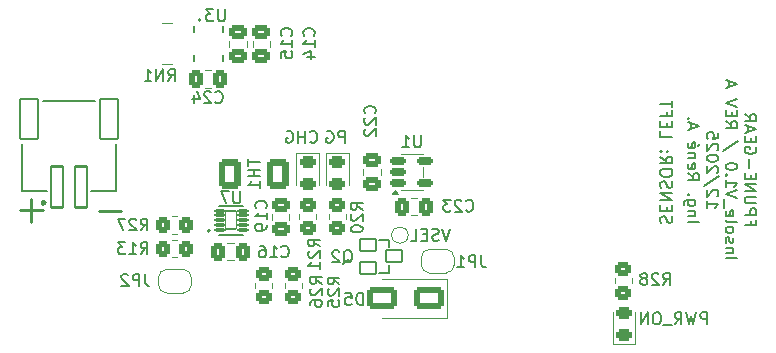
<source format=gbr>
%TF.GenerationSoftware,KiCad,Pcbnew,9.0.6-9.0.6~ubuntu24.04.1*%
%TF.CreationDate,2025-12-05T16:25:40-03:00*%
%TF.ProjectId,Smart_insoles_2025_v1,536d6172-745f-4696-9e73-6f6c65735f32,rev?*%
%TF.SameCoordinates,Original*%
%TF.FileFunction,Legend,Bot*%
%TF.FilePolarity,Positive*%
%FSLAX46Y46*%
G04 Gerber Fmt 4.6, Leading zero omitted, Abs format (unit mm)*
G04 Created by KiCad (PCBNEW 9.0.6-9.0.6~ubuntu24.04.1) date 2025-12-05 16:25:40*
%MOMM*%
%LPD*%
G01*
G04 APERTURE LIST*
G04 Aperture macros list*
%AMRoundRect*
0 Rectangle with rounded corners*
0 $1 Rounding radius*
0 $2 $3 $4 $5 $6 $7 $8 $9 X,Y pos of 4 corners*
0 Add a 4 corners polygon primitive as box body*
4,1,4,$2,$3,$4,$5,$6,$7,$8,$9,$2,$3,0*
0 Add four circle primitives for the rounded corners*
1,1,$1+$1,$2,$3*
1,1,$1+$1,$4,$5*
1,1,$1+$1,$6,$7*
1,1,$1+$1,$8,$9*
0 Add four rect primitives between the rounded corners*
20,1,$1+$1,$2,$3,$4,$5,0*
20,1,$1+$1,$4,$5,$6,$7,0*
20,1,$1+$1,$6,$7,$8,$9,0*
20,1,$1+$1,$8,$9,$2,$3,0*%
%AMFreePoly0*
4,1,23,0.500000,-0.750000,0.000000,-0.750000,0.000000,-0.745722,-0.065263,-0.745722,-0.191342,-0.711940,-0.304381,-0.646677,-0.396677,-0.554381,-0.461940,-0.441342,-0.495722,-0.315263,-0.495722,-0.250000,-0.500000,-0.250000,-0.500000,0.250000,-0.495722,0.250000,-0.495722,0.315263,-0.461940,0.441342,-0.396677,0.554381,-0.304381,0.646677,-0.191342,0.711940,-0.065263,0.745722,0.000000,0.745722,
0.000000,0.750000,0.500000,0.750000,0.500000,-0.750000,0.500000,-0.750000,$1*%
%AMFreePoly1*
4,1,23,0.000000,0.745722,0.065263,0.745722,0.191342,0.711940,0.304381,0.646677,0.396677,0.554381,0.461940,0.441342,0.495722,0.315263,0.495722,0.250000,0.500000,0.250000,0.500000,-0.250000,0.495722,-0.250000,0.495722,-0.315263,0.461940,-0.441342,0.396677,-0.554381,0.304381,-0.646677,0.191342,-0.711940,0.065263,-0.745722,0.000000,-0.745722,0.000000,-0.750000,-0.500000,-0.750000,
-0.500000,0.750000,0.000000,0.750000,0.000000,0.745722,0.000000,0.745722,$1*%
G04 Aperture macros list end*
%ADD10C,0.152400*%
%ADD11C,0.254000*%
%ADD12C,0.120000*%
%ADD13C,0.127000*%
%ADD14C,0.200000*%
%ADD15C,0.203200*%
%ADD16C,0.300000*%
%ADD17C,0.010000*%
%ADD18RoundRect,0.243750X0.456250X-0.243750X0.456250X0.243750X-0.456250X0.243750X-0.456250X-0.243750X0*%
%ADD19C,2.100000*%
%ADD20C,1.600000*%
%ADD21R,1.500000X1.500000*%
%ADD22RoundRect,0.250000X0.337500X0.475000X-0.337500X0.475000X-0.337500X-0.475000X0.337500X-0.475000X0*%
%ADD23RoundRect,0.250000X0.450000X-0.350000X0.450000X0.350000X-0.450000X0.350000X-0.450000X-0.350000X0*%
%ADD24RoundRect,0.250000X0.350000X0.450000X-0.350000X0.450000X-0.350000X-0.450000X0.350000X-0.450000X0*%
%ADD25RoundRect,0.250000X-0.475000X0.337500X-0.475000X-0.337500X0.475000X-0.337500X0.475000X0.337500X0*%
%ADD26FreePoly0,0.000000*%
%ADD27FreePoly1,0.000000*%
%ADD28RoundRect,0.285750X0.666750X0.984250X-0.666750X0.984250X-0.666750X-0.984250X0.666750X-0.984250X0*%
%ADD29RoundRect,0.250000X-0.450000X0.350000X-0.450000X-0.350000X0.450000X-0.350000X0.450000X0.350000X0*%
%ADD30RoundRect,0.250000X1.000000X0.650000X-1.000000X0.650000X-1.000000X-0.650000X1.000000X-0.650000X0*%
%ADD31RoundRect,0.088900X-0.380000X-0.110000X0.380000X-0.110000X0.380000X0.110000X-0.380000X0.110000X0*%
%ADD32RoundRect,0.063500X-0.450000X-0.750000X0.450000X-0.750000X0.450000X0.750000X-0.450000X0.750000X0*%
%ADD33C,1.000000*%
%ADD34RoundRect,0.250000X-0.337500X-0.475000X0.337500X-0.475000X0.337500X0.475000X-0.337500X0.475000X0*%
%ADD35R,0.900000X0.400000*%
%ADD36RoundRect,0.150000X-0.512500X-0.150000X0.512500X-0.150000X0.512500X0.150000X-0.512500X0.150000X0*%
%ADD37RoundRect,0.243750X-0.456250X0.243750X-0.456250X-0.243750X0.456250X-0.243750X0.456250X0.243750X0*%
%ADD38RoundRect,0.102000X0.700000X-0.500000X0.700000X0.500000X-0.700000X0.500000X-0.700000X-0.500000X0*%
%ADD39RoundRect,0.102000X-0.750000X-1.700000X0.750000X-1.700000X0.750000X1.700000X-0.750000X1.700000X0*%
%ADD40RoundRect,0.102000X-0.500000X-1.750000X0.500000X-1.750000X0.500000X1.750000X-0.500000X1.750000X0*%
%ADD41O,1.800000X1.000000*%
%ADD42O,2.100000X1.000000*%
G04 APERTURE END LIST*
D10*
X138881641Y-80737735D02*
X138881641Y-79721735D01*
X138881641Y-79721735D02*
X138500689Y-79721735D01*
X138500689Y-79721735D02*
X138405451Y-79770116D01*
X138405451Y-79770116D02*
X138357832Y-79818497D01*
X138357832Y-79818497D02*
X138310213Y-79915259D01*
X138310213Y-79915259D02*
X138310213Y-80060402D01*
X138310213Y-80060402D02*
X138357832Y-80157164D01*
X138357832Y-80157164D02*
X138405451Y-80205545D01*
X138405451Y-80205545D02*
X138500689Y-80253926D01*
X138500689Y-80253926D02*
X138881641Y-80253926D01*
X137357832Y-79770116D02*
X137453070Y-79721735D01*
X137453070Y-79721735D02*
X137595927Y-79721735D01*
X137595927Y-79721735D02*
X137738784Y-79770116D01*
X137738784Y-79770116D02*
X137834022Y-79866878D01*
X137834022Y-79866878D02*
X137881641Y-79963640D01*
X137881641Y-79963640D02*
X137929260Y-80157164D01*
X137929260Y-80157164D02*
X137929260Y-80302307D01*
X137929260Y-80302307D02*
X137881641Y-80495831D01*
X137881641Y-80495831D02*
X137834022Y-80592593D01*
X137834022Y-80592593D02*
X137738784Y-80689355D01*
X137738784Y-80689355D02*
X137595927Y-80737735D01*
X137595927Y-80737735D02*
X137500689Y-80737735D01*
X137500689Y-80737735D02*
X137357832Y-80689355D01*
X137357832Y-80689355D02*
X137310213Y-80640974D01*
X137310213Y-80640974D02*
X137310213Y-80302307D01*
X137310213Y-80302307D02*
X137500689Y-80302307D01*
X135950213Y-80640974D02*
X135997832Y-80689355D01*
X135997832Y-80689355D02*
X136140689Y-80737735D01*
X136140689Y-80737735D02*
X136235927Y-80737735D01*
X136235927Y-80737735D02*
X136378784Y-80689355D01*
X136378784Y-80689355D02*
X136474022Y-80592593D01*
X136474022Y-80592593D02*
X136521641Y-80495831D01*
X136521641Y-80495831D02*
X136569260Y-80302307D01*
X136569260Y-80302307D02*
X136569260Y-80157164D01*
X136569260Y-80157164D02*
X136521641Y-79963640D01*
X136521641Y-79963640D02*
X136474022Y-79866878D01*
X136474022Y-79866878D02*
X136378784Y-79770116D01*
X136378784Y-79770116D02*
X136235927Y-79721735D01*
X136235927Y-79721735D02*
X136140689Y-79721735D01*
X136140689Y-79721735D02*
X135997832Y-79770116D01*
X135997832Y-79770116D02*
X135950213Y-79818497D01*
X135521641Y-80737735D02*
X135521641Y-79721735D01*
X135521641Y-80205545D02*
X134950213Y-80205545D01*
X134950213Y-80737735D02*
X134950213Y-79721735D01*
X133950213Y-79770116D02*
X134045451Y-79721735D01*
X134045451Y-79721735D02*
X134188308Y-79721735D01*
X134188308Y-79721735D02*
X134331165Y-79770116D01*
X134331165Y-79770116D02*
X134426403Y-79866878D01*
X134426403Y-79866878D02*
X134474022Y-79963640D01*
X134474022Y-79963640D02*
X134521641Y-80157164D01*
X134521641Y-80157164D02*
X134521641Y-80302307D01*
X134521641Y-80302307D02*
X134474022Y-80495831D01*
X134474022Y-80495831D02*
X134426403Y-80592593D01*
X134426403Y-80592593D02*
X134331165Y-80689355D01*
X134331165Y-80689355D02*
X134188308Y-80737735D01*
X134188308Y-80737735D02*
X134093070Y-80737735D01*
X134093070Y-80737735D02*
X133950213Y-80689355D01*
X133950213Y-80689355D02*
X133902594Y-80640974D01*
X133902594Y-80640974D02*
X133902594Y-80302307D01*
X133902594Y-80302307D02*
X134093070Y-80302307D01*
X169567832Y-96097735D02*
X169567832Y-95081735D01*
X169567832Y-95081735D02*
X169180784Y-95081735D01*
X169180784Y-95081735D02*
X169084022Y-95130116D01*
X169084022Y-95130116D02*
X169035641Y-95178497D01*
X169035641Y-95178497D02*
X168987260Y-95275259D01*
X168987260Y-95275259D02*
X168987260Y-95420402D01*
X168987260Y-95420402D02*
X169035641Y-95517164D01*
X169035641Y-95517164D02*
X169084022Y-95565545D01*
X169084022Y-95565545D02*
X169180784Y-95613926D01*
X169180784Y-95613926D02*
X169567832Y-95613926D01*
X168648594Y-95081735D02*
X168406689Y-96097735D01*
X168406689Y-96097735D02*
X168213165Y-95372021D01*
X168213165Y-95372021D02*
X168019641Y-96097735D01*
X168019641Y-96097735D02*
X167777737Y-95081735D01*
X166810117Y-96097735D02*
X167148784Y-95613926D01*
X167390689Y-96097735D02*
X167390689Y-95081735D01*
X167390689Y-95081735D02*
X167003641Y-95081735D01*
X167003641Y-95081735D02*
X166906879Y-95130116D01*
X166906879Y-95130116D02*
X166858498Y-95178497D01*
X166858498Y-95178497D02*
X166810117Y-95275259D01*
X166810117Y-95275259D02*
X166810117Y-95420402D01*
X166810117Y-95420402D02*
X166858498Y-95517164D01*
X166858498Y-95517164D02*
X166906879Y-95565545D01*
X166906879Y-95565545D02*
X167003641Y-95613926D01*
X167003641Y-95613926D02*
X167390689Y-95613926D01*
X166616594Y-96194497D02*
X165842498Y-96194497D01*
X165407070Y-95081735D02*
X165213546Y-95081735D01*
X165213546Y-95081735D02*
X165116784Y-95130116D01*
X165116784Y-95130116D02*
X165020022Y-95226878D01*
X165020022Y-95226878D02*
X164971641Y-95420402D01*
X164971641Y-95420402D02*
X164971641Y-95759069D01*
X164971641Y-95759069D02*
X165020022Y-95952593D01*
X165020022Y-95952593D02*
X165116784Y-96049355D01*
X165116784Y-96049355D02*
X165213546Y-96097735D01*
X165213546Y-96097735D02*
X165407070Y-96097735D01*
X165407070Y-96097735D02*
X165503832Y-96049355D01*
X165503832Y-96049355D02*
X165600594Y-95952593D01*
X165600594Y-95952593D02*
X165648975Y-95759069D01*
X165648975Y-95759069D02*
X165648975Y-95420402D01*
X165648975Y-95420402D02*
X165600594Y-95226878D01*
X165600594Y-95226878D02*
X165503832Y-95130116D01*
X165503832Y-95130116D02*
X165407070Y-95081735D01*
X164536213Y-96097735D02*
X164536213Y-95081735D01*
X164536213Y-95081735D02*
X163955641Y-96097735D01*
X163955641Y-96097735D02*
X163955641Y-95081735D01*
D11*
X118031866Y-86491674D02*
X119967105Y-86491674D01*
X111381866Y-86441674D02*
X113317105Y-86441674D01*
X112349485Y-85474055D02*
X112349485Y-87409293D01*
D10*
X147804498Y-87991735D02*
X147471165Y-89007735D01*
X147471165Y-89007735D02*
X147137832Y-87991735D01*
X146852117Y-88959355D02*
X146709260Y-89007735D01*
X146709260Y-89007735D02*
X146471165Y-89007735D01*
X146471165Y-89007735D02*
X146375927Y-88959355D01*
X146375927Y-88959355D02*
X146328308Y-88910974D01*
X146328308Y-88910974D02*
X146280689Y-88814212D01*
X146280689Y-88814212D02*
X146280689Y-88717450D01*
X146280689Y-88717450D02*
X146328308Y-88620688D01*
X146328308Y-88620688D02*
X146375927Y-88572307D01*
X146375927Y-88572307D02*
X146471165Y-88523926D01*
X146471165Y-88523926D02*
X146661641Y-88475545D01*
X146661641Y-88475545D02*
X146756879Y-88427164D01*
X146756879Y-88427164D02*
X146804498Y-88378783D01*
X146804498Y-88378783D02*
X146852117Y-88282021D01*
X146852117Y-88282021D02*
X146852117Y-88185259D01*
X146852117Y-88185259D02*
X146804498Y-88088497D01*
X146804498Y-88088497D02*
X146756879Y-88040116D01*
X146756879Y-88040116D02*
X146661641Y-87991735D01*
X146661641Y-87991735D02*
X146423546Y-87991735D01*
X146423546Y-87991735D02*
X146280689Y-88040116D01*
X145852117Y-88475545D02*
X145518784Y-88475545D01*
X145375927Y-89007735D02*
X145852117Y-89007735D01*
X145852117Y-89007735D02*
X145852117Y-87991735D01*
X145852117Y-87991735D02*
X145375927Y-87991735D01*
X144471165Y-89007735D02*
X144947355Y-89007735D01*
X144947355Y-89007735D02*
X144947355Y-87991735D01*
X165655645Y-87506213D02*
X165607264Y-87361070D01*
X165607264Y-87361070D02*
X165607264Y-87119165D01*
X165607264Y-87119165D02*
X165655645Y-87022403D01*
X165655645Y-87022403D02*
X165704025Y-86974022D01*
X165704025Y-86974022D02*
X165800787Y-86925641D01*
X165800787Y-86925641D02*
X165897549Y-86925641D01*
X165897549Y-86925641D02*
X165994311Y-86974022D01*
X165994311Y-86974022D02*
X166042692Y-87022403D01*
X166042692Y-87022403D02*
X166091073Y-87119165D01*
X166091073Y-87119165D02*
X166139454Y-87312689D01*
X166139454Y-87312689D02*
X166187835Y-87409451D01*
X166187835Y-87409451D02*
X166236216Y-87457832D01*
X166236216Y-87457832D02*
X166332978Y-87506213D01*
X166332978Y-87506213D02*
X166429740Y-87506213D01*
X166429740Y-87506213D02*
X166526502Y-87457832D01*
X166526502Y-87457832D02*
X166574883Y-87409451D01*
X166574883Y-87409451D02*
X166623264Y-87312689D01*
X166623264Y-87312689D02*
X166623264Y-87070784D01*
X166623264Y-87070784D02*
X166574883Y-86925641D01*
X166139454Y-86490213D02*
X166139454Y-86151546D01*
X165607264Y-86006403D02*
X165607264Y-86490213D01*
X165607264Y-86490213D02*
X166623264Y-86490213D01*
X166623264Y-86490213D02*
X166623264Y-86006403D01*
X165607264Y-85570975D02*
X166623264Y-85570975D01*
X166623264Y-85570975D02*
X165607264Y-84990403D01*
X165607264Y-84990403D02*
X166623264Y-84990403D01*
X165655645Y-84554975D02*
X165607264Y-84409832D01*
X165607264Y-84409832D02*
X165607264Y-84167927D01*
X165607264Y-84167927D02*
X165655645Y-84071165D01*
X165655645Y-84071165D02*
X165704025Y-84022784D01*
X165704025Y-84022784D02*
X165800787Y-83974403D01*
X165800787Y-83974403D02*
X165897549Y-83974403D01*
X165897549Y-83974403D02*
X165994311Y-84022784D01*
X165994311Y-84022784D02*
X166042692Y-84071165D01*
X166042692Y-84071165D02*
X166091073Y-84167927D01*
X166091073Y-84167927D02*
X166139454Y-84361451D01*
X166139454Y-84361451D02*
X166187835Y-84458213D01*
X166187835Y-84458213D02*
X166236216Y-84506594D01*
X166236216Y-84506594D02*
X166332978Y-84554975D01*
X166332978Y-84554975D02*
X166429740Y-84554975D01*
X166429740Y-84554975D02*
X166526502Y-84506594D01*
X166526502Y-84506594D02*
X166574883Y-84458213D01*
X166574883Y-84458213D02*
X166623264Y-84361451D01*
X166623264Y-84361451D02*
X166623264Y-84119546D01*
X166623264Y-84119546D02*
X166574883Y-83974403D01*
X166623264Y-83345451D02*
X166623264Y-83151927D01*
X166623264Y-83151927D02*
X166574883Y-83055165D01*
X166574883Y-83055165D02*
X166478121Y-82958403D01*
X166478121Y-82958403D02*
X166284597Y-82910022D01*
X166284597Y-82910022D02*
X165945930Y-82910022D01*
X165945930Y-82910022D02*
X165752406Y-82958403D01*
X165752406Y-82958403D02*
X165655645Y-83055165D01*
X165655645Y-83055165D02*
X165607264Y-83151927D01*
X165607264Y-83151927D02*
X165607264Y-83345451D01*
X165607264Y-83345451D02*
X165655645Y-83442213D01*
X165655645Y-83442213D02*
X165752406Y-83538975D01*
X165752406Y-83538975D02*
X165945930Y-83587356D01*
X165945930Y-83587356D02*
X166284597Y-83587356D01*
X166284597Y-83587356D02*
X166478121Y-83538975D01*
X166478121Y-83538975D02*
X166574883Y-83442213D01*
X166574883Y-83442213D02*
X166623264Y-83345451D01*
X165607264Y-81894022D02*
X166091073Y-82232689D01*
X165607264Y-82474594D02*
X166623264Y-82474594D01*
X166623264Y-82474594D02*
X166623264Y-82087546D01*
X166623264Y-82087546D02*
X166574883Y-81990784D01*
X166574883Y-81990784D02*
X166526502Y-81942403D01*
X166526502Y-81942403D02*
X166429740Y-81894022D01*
X166429740Y-81894022D02*
X166284597Y-81894022D01*
X166284597Y-81894022D02*
X166187835Y-81942403D01*
X166187835Y-81942403D02*
X166139454Y-81990784D01*
X166139454Y-81990784D02*
X166091073Y-82087546D01*
X166091073Y-82087546D02*
X166091073Y-82474594D01*
X165704025Y-81458594D02*
X165655645Y-81410213D01*
X165655645Y-81410213D02*
X165607264Y-81458594D01*
X165607264Y-81458594D02*
X165655645Y-81506975D01*
X165655645Y-81506975D02*
X165704025Y-81458594D01*
X165704025Y-81458594D02*
X165607264Y-81458594D01*
X166236216Y-81458594D02*
X166187835Y-81410213D01*
X166187835Y-81410213D02*
X166139454Y-81458594D01*
X166139454Y-81458594D02*
X166187835Y-81506975D01*
X166187835Y-81506975D02*
X166236216Y-81458594D01*
X166236216Y-81458594D02*
X166139454Y-81458594D01*
X165607264Y-79716879D02*
X165607264Y-80200689D01*
X165607264Y-80200689D02*
X166623264Y-80200689D01*
X166139454Y-79378213D02*
X166139454Y-79039546D01*
X165607264Y-78894403D02*
X165607264Y-79378213D01*
X165607264Y-79378213D02*
X166623264Y-79378213D01*
X166623264Y-79378213D02*
X166623264Y-78894403D01*
X166139454Y-78120308D02*
X166139454Y-78458975D01*
X165607264Y-78458975D02*
X166623264Y-78458975D01*
X166623264Y-78458975D02*
X166623264Y-77975165D01*
X166623264Y-77733261D02*
X166623264Y-77152689D01*
X165607264Y-77442975D02*
X166623264Y-77442975D01*
X173253947Y-87387142D02*
X173253947Y-87720475D01*
X172730137Y-87720475D02*
X173730137Y-87720475D01*
X173730137Y-87720475D02*
X173730137Y-87244285D01*
X172730137Y-86863332D02*
X173730137Y-86863332D01*
X173730137Y-86863332D02*
X173730137Y-86482380D01*
X173730137Y-86482380D02*
X173682518Y-86387142D01*
X173682518Y-86387142D02*
X173634899Y-86339523D01*
X173634899Y-86339523D02*
X173539661Y-86291904D01*
X173539661Y-86291904D02*
X173396804Y-86291904D01*
X173396804Y-86291904D02*
X173301566Y-86339523D01*
X173301566Y-86339523D02*
X173253947Y-86387142D01*
X173253947Y-86387142D02*
X173206328Y-86482380D01*
X173206328Y-86482380D02*
X173206328Y-86863332D01*
X173730137Y-85863332D02*
X172920614Y-85863332D01*
X172920614Y-85863332D02*
X172825376Y-85815713D01*
X172825376Y-85815713D02*
X172777757Y-85768094D01*
X172777757Y-85768094D02*
X172730137Y-85672856D01*
X172730137Y-85672856D02*
X172730137Y-85482380D01*
X172730137Y-85482380D02*
X172777757Y-85387142D01*
X172777757Y-85387142D02*
X172825376Y-85339523D01*
X172825376Y-85339523D02*
X172920614Y-85291904D01*
X172920614Y-85291904D02*
X173730137Y-85291904D01*
X172730137Y-84815713D02*
X173730137Y-84815713D01*
X173730137Y-84815713D02*
X172730137Y-84244285D01*
X172730137Y-84244285D02*
X173730137Y-84244285D01*
X173253947Y-83768094D02*
X173253947Y-83434761D01*
X172730137Y-83291904D02*
X172730137Y-83768094D01*
X172730137Y-83768094D02*
X173730137Y-83768094D01*
X173730137Y-83768094D02*
X173730137Y-83291904D01*
X173111090Y-82863332D02*
X173111090Y-82101428D01*
X173682518Y-81101428D02*
X173730137Y-81196666D01*
X173730137Y-81196666D02*
X173730137Y-81339523D01*
X173730137Y-81339523D02*
X173682518Y-81482380D01*
X173682518Y-81482380D02*
X173587280Y-81577618D01*
X173587280Y-81577618D02*
X173492042Y-81625237D01*
X173492042Y-81625237D02*
X173301566Y-81672856D01*
X173301566Y-81672856D02*
X173158709Y-81672856D01*
X173158709Y-81672856D02*
X172968233Y-81625237D01*
X172968233Y-81625237D02*
X172872995Y-81577618D01*
X172872995Y-81577618D02*
X172777757Y-81482380D01*
X172777757Y-81482380D02*
X172730137Y-81339523D01*
X172730137Y-81339523D02*
X172730137Y-81244285D01*
X172730137Y-81244285D02*
X172777757Y-81101428D01*
X172777757Y-81101428D02*
X172825376Y-81053809D01*
X172825376Y-81053809D02*
X173158709Y-81053809D01*
X173158709Y-81053809D02*
X173158709Y-81244285D01*
X173253947Y-80625237D02*
X173253947Y-80291904D01*
X172730137Y-80149047D02*
X172730137Y-80625237D01*
X172730137Y-80625237D02*
X173730137Y-80625237D01*
X173730137Y-80625237D02*
X173730137Y-80149047D01*
X173015852Y-79768094D02*
X173015852Y-79291904D01*
X172730137Y-79863332D02*
X173730137Y-79529999D01*
X173730137Y-79529999D02*
X172730137Y-79196666D01*
X172730137Y-78291904D02*
X173206328Y-78625237D01*
X172730137Y-78863332D02*
X173730137Y-78863332D01*
X173730137Y-78863332D02*
X173730137Y-78482380D01*
X173730137Y-78482380D02*
X173682518Y-78387142D01*
X173682518Y-78387142D02*
X173634899Y-78339523D01*
X173634899Y-78339523D02*
X173539661Y-78291904D01*
X173539661Y-78291904D02*
X173396804Y-78291904D01*
X173396804Y-78291904D02*
X173301566Y-78339523D01*
X173301566Y-78339523D02*
X173253947Y-78387142D01*
X173253947Y-78387142D02*
X173206328Y-78482380D01*
X173206328Y-78482380D02*
X173206328Y-78863332D01*
X171120193Y-90506190D02*
X172120193Y-90506190D01*
X171786860Y-90030000D02*
X171120193Y-90030000D01*
X171691622Y-90030000D02*
X171739241Y-89982381D01*
X171739241Y-89982381D02*
X171786860Y-89887143D01*
X171786860Y-89887143D02*
X171786860Y-89744286D01*
X171786860Y-89744286D02*
X171739241Y-89649048D01*
X171739241Y-89649048D02*
X171644003Y-89601429D01*
X171644003Y-89601429D02*
X171120193Y-89601429D01*
X171167813Y-89172857D02*
X171120193Y-89077619D01*
X171120193Y-89077619D02*
X171120193Y-88887143D01*
X171120193Y-88887143D02*
X171167813Y-88791905D01*
X171167813Y-88791905D02*
X171263051Y-88744286D01*
X171263051Y-88744286D02*
X171310670Y-88744286D01*
X171310670Y-88744286D02*
X171405908Y-88791905D01*
X171405908Y-88791905D02*
X171453527Y-88887143D01*
X171453527Y-88887143D02*
X171453527Y-89030000D01*
X171453527Y-89030000D02*
X171501146Y-89125238D01*
X171501146Y-89125238D02*
X171596384Y-89172857D01*
X171596384Y-89172857D02*
X171644003Y-89172857D01*
X171644003Y-89172857D02*
X171739241Y-89125238D01*
X171739241Y-89125238D02*
X171786860Y-89030000D01*
X171786860Y-89030000D02*
X171786860Y-88887143D01*
X171786860Y-88887143D02*
X171739241Y-88791905D01*
X171120193Y-88172857D02*
X171167813Y-88268095D01*
X171167813Y-88268095D02*
X171215432Y-88315714D01*
X171215432Y-88315714D02*
X171310670Y-88363333D01*
X171310670Y-88363333D02*
X171596384Y-88363333D01*
X171596384Y-88363333D02*
X171691622Y-88315714D01*
X171691622Y-88315714D02*
X171739241Y-88268095D01*
X171739241Y-88268095D02*
X171786860Y-88172857D01*
X171786860Y-88172857D02*
X171786860Y-88030000D01*
X171786860Y-88030000D02*
X171739241Y-87934762D01*
X171739241Y-87934762D02*
X171691622Y-87887143D01*
X171691622Y-87887143D02*
X171596384Y-87839524D01*
X171596384Y-87839524D02*
X171310670Y-87839524D01*
X171310670Y-87839524D02*
X171215432Y-87887143D01*
X171215432Y-87887143D02*
X171167813Y-87934762D01*
X171167813Y-87934762D02*
X171120193Y-88030000D01*
X171120193Y-88030000D02*
X171120193Y-88172857D01*
X171120193Y-87268095D02*
X171167813Y-87363333D01*
X171167813Y-87363333D02*
X171263051Y-87410952D01*
X171263051Y-87410952D02*
X172120193Y-87410952D01*
X171167813Y-86506190D02*
X171120193Y-86601428D01*
X171120193Y-86601428D02*
X171120193Y-86791904D01*
X171120193Y-86791904D02*
X171167813Y-86887142D01*
X171167813Y-86887142D02*
X171263051Y-86934761D01*
X171263051Y-86934761D02*
X171644003Y-86934761D01*
X171644003Y-86934761D02*
X171739241Y-86887142D01*
X171739241Y-86887142D02*
X171786860Y-86791904D01*
X171786860Y-86791904D02*
X171786860Y-86601428D01*
X171786860Y-86601428D02*
X171739241Y-86506190D01*
X171739241Y-86506190D02*
X171644003Y-86458571D01*
X171644003Y-86458571D02*
X171548765Y-86458571D01*
X171548765Y-86458571D02*
X171453527Y-86934761D01*
X171024955Y-86268095D02*
X171024955Y-85506190D01*
X172120193Y-85410951D02*
X171120193Y-85077618D01*
X171120193Y-85077618D02*
X172120193Y-84744285D01*
X171120193Y-83887142D02*
X171120193Y-84458570D01*
X171120193Y-84172856D02*
X172120193Y-84172856D01*
X172120193Y-84172856D02*
X171977336Y-84268094D01*
X171977336Y-84268094D02*
X171882098Y-84363332D01*
X171882098Y-84363332D02*
X171834479Y-84458570D01*
X171215432Y-83458570D02*
X171167813Y-83410951D01*
X171167813Y-83410951D02*
X171120193Y-83458570D01*
X171120193Y-83458570D02*
X171167813Y-83506189D01*
X171167813Y-83506189D02*
X171215432Y-83458570D01*
X171215432Y-83458570D02*
X171120193Y-83458570D01*
X172120193Y-82791904D02*
X172120193Y-82696666D01*
X172120193Y-82696666D02*
X172072574Y-82601428D01*
X172072574Y-82601428D02*
X172024955Y-82553809D01*
X172024955Y-82553809D02*
X171929717Y-82506190D01*
X171929717Y-82506190D02*
X171739241Y-82458571D01*
X171739241Y-82458571D02*
X171501146Y-82458571D01*
X171501146Y-82458571D02*
X171310670Y-82506190D01*
X171310670Y-82506190D02*
X171215432Y-82553809D01*
X171215432Y-82553809D02*
X171167813Y-82601428D01*
X171167813Y-82601428D02*
X171120193Y-82696666D01*
X171120193Y-82696666D02*
X171120193Y-82791904D01*
X171120193Y-82791904D02*
X171167813Y-82887142D01*
X171167813Y-82887142D02*
X171215432Y-82934761D01*
X171215432Y-82934761D02*
X171310670Y-82982380D01*
X171310670Y-82982380D02*
X171501146Y-83029999D01*
X171501146Y-83029999D02*
X171739241Y-83029999D01*
X171739241Y-83029999D02*
X171929717Y-82982380D01*
X171929717Y-82982380D02*
X172024955Y-82934761D01*
X172024955Y-82934761D02*
X172072574Y-82887142D01*
X172072574Y-82887142D02*
X172120193Y-82791904D01*
X172167813Y-80553809D02*
X170882098Y-81410951D01*
X171120193Y-78887142D02*
X171596384Y-79220475D01*
X171120193Y-79458570D02*
X172120193Y-79458570D01*
X172120193Y-79458570D02*
X172120193Y-79077618D01*
X172120193Y-79077618D02*
X172072574Y-78982380D01*
X172072574Y-78982380D02*
X172024955Y-78934761D01*
X172024955Y-78934761D02*
X171929717Y-78887142D01*
X171929717Y-78887142D02*
X171786860Y-78887142D01*
X171786860Y-78887142D02*
X171691622Y-78934761D01*
X171691622Y-78934761D02*
X171644003Y-78982380D01*
X171644003Y-78982380D02*
X171596384Y-79077618D01*
X171596384Y-79077618D02*
X171596384Y-79458570D01*
X171644003Y-78458570D02*
X171644003Y-78125237D01*
X171120193Y-77982380D02*
X171120193Y-78458570D01*
X171120193Y-78458570D02*
X172120193Y-78458570D01*
X172120193Y-78458570D02*
X172120193Y-77982380D01*
X172120193Y-77696665D02*
X171120193Y-77363332D01*
X171120193Y-77363332D02*
X172120193Y-77029999D01*
X171405908Y-75982379D02*
X171405908Y-75506189D01*
X171120193Y-76077617D02*
X172120193Y-75744284D01*
X172120193Y-75744284D02*
X171120193Y-75410951D01*
X169510249Y-85649047D02*
X169510249Y-86220475D01*
X169510249Y-85934761D02*
X170510249Y-85934761D01*
X170510249Y-85934761D02*
X170367392Y-86029999D01*
X170367392Y-86029999D02*
X170272154Y-86125237D01*
X170272154Y-86125237D02*
X170224535Y-86220475D01*
X170415011Y-85268094D02*
X170462630Y-85220475D01*
X170462630Y-85220475D02*
X170510249Y-85125237D01*
X170510249Y-85125237D02*
X170510249Y-84887142D01*
X170510249Y-84887142D02*
X170462630Y-84791904D01*
X170462630Y-84791904D02*
X170415011Y-84744285D01*
X170415011Y-84744285D02*
X170319773Y-84696666D01*
X170319773Y-84696666D02*
X170224535Y-84696666D01*
X170224535Y-84696666D02*
X170081678Y-84744285D01*
X170081678Y-84744285D02*
X169510249Y-85315713D01*
X169510249Y-85315713D02*
X169510249Y-84696666D01*
X170557869Y-83553809D02*
X169272154Y-84410951D01*
X170415011Y-83268094D02*
X170462630Y-83220475D01*
X170462630Y-83220475D02*
X170510249Y-83125237D01*
X170510249Y-83125237D02*
X170510249Y-82887142D01*
X170510249Y-82887142D02*
X170462630Y-82791904D01*
X170462630Y-82791904D02*
X170415011Y-82744285D01*
X170415011Y-82744285D02*
X170319773Y-82696666D01*
X170319773Y-82696666D02*
X170224535Y-82696666D01*
X170224535Y-82696666D02*
X170081678Y-82744285D01*
X170081678Y-82744285D02*
X169510249Y-83315713D01*
X169510249Y-83315713D02*
X169510249Y-82696666D01*
X170510249Y-82077618D02*
X170510249Y-81982380D01*
X170510249Y-81982380D02*
X170462630Y-81887142D01*
X170462630Y-81887142D02*
X170415011Y-81839523D01*
X170415011Y-81839523D02*
X170319773Y-81791904D01*
X170319773Y-81791904D02*
X170129297Y-81744285D01*
X170129297Y-81744285D02*
X169891202Y-81744285D01*
X169891202Y-81744285D02*
X169700726Y-81791904D01*
X169700726Y-81791904D02*
X169605488Y-81839523D01*
X169605488Y-81839523D02*
X169557869Y-81887142D01*
X169557869Y-81887142D02*
X169510249Y-81982380D01*
X169510249Y-81982380D02*
X169510249Y-82077618D01*
X169510249Y-82077618D02*
X169557869Y-82172856D01*
X169557869Y-82172856D02*
X169605488Y-82220475D01*
X169605488Y-82220475D02*
X169700726Y-82268094D01*
X169700726Y-82268094D02*
X169891202Y-82315713D01*
X169891202Y-82315713D02*
X170129297Y-82315713D01*
X170129297Y-82315713D02*
X170319773Y-82268094D01*
X170319773Y-82268094D02*
X170415011Y-82220475D01*
X170415011Y-82220475D02*
X170462630Y-82172856D01*
X170462630Y-82172856D02*
X170510249Y-82077618D01*
X170415011Y-81363332D02*
X170462630Y-81315713D01*
X170462630Y-81315713D02*
X170510249Y-81220475D01*
X170510249Y-81220475D02*
X170510249Y-80982380D01*
X170510249Y-80982380D02*
X170462630Y-80887142D01*
X170462630Y-80887142D02*
X170415011Y-80839523D01*
X170415011Y-80839523D02*
X170319773Y-80791904D01*
X170319773Y-80791904D02*
X170224535Y-80791904D01*
X170224535Y-80791904D02*
X170081678Y-80839523D01*
X170081678Y-80839523D02*
X169510249Y-81410951D01*
X169510249Y-81410951D02*
X169510249Y-80791904D01*
X170510249Y-79887142D02*
X170510249Y-80363332D01*
X170510249Y-80363332D02*
X170034059Y-80410951D01*
X170034059Y-80410951D02*
X170081678Y-80363332D01*
X170081678Y-80363332D02*
X170129297Y-80268094D01*
X170129297Y-80268094D02*
X170129297Y-80029999D01*
X170129297Y-80029999D02*
X170081678Y-79934761D01*
X170081678Y-79934761D02*
X170034059Y-79887142D01*
X170034059Y-79887142D02*
X169938821Y-79839523D01*
X169938821Y-79839523D02*
X169700726Y-79839523D01*
X169700726Y-79839523D02*
X169605488Y-79887142D01*
X169605488Y-79887142D02*
X169557869Y-79934761D01*
X169557869Y-79934761D02*
X169510249Y-80029999D01*
X169510249Y-80029999D02*
X169510249Y-80268094D01*
X169510249Y-80268094D02*
X169557869Y-80363332D01*
X169557869Y-80363332D02*
X169605488Y-80410951D01*
X167900305Y-87410951D02*
X168900305Y-87410951D01*
X168566972Y-86934761D02*
X167900305Y-86934761D01*
X168471734Y-86934761D02*
X168519353Y-86887142D01*
X168519353Y-86887142D02*
X168566972Y-86791904D01*
X168566972Y-86791904D02*
X168566972Y-86649047D01*
X168566972Y-86649047D02*
X168519353Y-86553809D01*
X168519353Y-86553809D02*
X168424115Y-86506190D01*
X168424115Y-86506190D02*
X167900305Y-86506190D01*
X168566972Y-85601428D02*
X167757448Y-85601428D01*
X167757448Y-85601428D02*
X167662210Y-85649047D01*
X167662210Y-85649047D02*
X167614591Y-85696666D01*
X167614591Y-85696666D02*
X167566972Y-85791904D01*
X167566972Y-85791904D02*
X167566972Y-85934761D01*
X167566972Y-85934761D02*
X167614591Y-86029999D01*
X167947925Y-85601428D02*
X167900305Y-85696666D01*
X167900305Y-85696666D02*
X167900305Y-85887142D01*
X167900305Y-85887142D02*
X167947925Y-85982380D01*
X167947925Y-85982380D02*
X167995544Y-86029999D01*
X167995544Y-86029999D02*
X168090782Y-86077618D01*
X168090782Y-86077618D02*
X168376496Y-86077618D01*
X168376496Y-86077618D02*
X168471734Y-86029999D01*
X168471734Y-86029999D02*
X168519353Y-85982380D01*
X168519353Y-85982380D02*
X168566972Y-85887142D01*
X168566972Y-85887142D02*
X168566972Y-85696666D01*
X168566972Y-85696666D02*
X168519353Y-85601428D01*
X167995544Y-85125237D02*
X167947925Y-85077618D01*
X167947925Y-85077618D02*
X167900305Y-85125237D01*
X167900305Y-85125237D02*
X167947925Y-85172856D01*
X167947925Y-85172856D02*
X167995544Y-85125237D01*
X167995544Y-85125237D02*
X167900305Y-85125237D01*
X167900305Y-83315714D02*
X168376496Y-83649047D01*
X167900305Y-83887142D02*
X168900305Y-83887142D01*
X168900305Y-83887142D02*
X168900305Y-83506190D01*
X168900305Y-83506190D02*
X168852686Y-83410952D01*
X168852686Y-83410952D02*
X168805067Y-83363333D01*
X168805067Y-83363333D02*
X168709829Y-83315714D01*
X168709829Y-83315714D02*
X168566972Y-83315714D01*
X168566972Y-83315714D02*
X168471734Y-83363333D01*
X168471734Y-83363333D02*
X168424115Y-83410952D01*
X168424115Y-83410952D02*
X168376496Y-83506190D01*
X168376496Y-83506190D02*
X168376496Y-83887142D01*
X167947925Y-82506190D02*
X167900305Y-82601428D01*
X167900305Y-82601428D02*
X167900305Y-82791904D01*
X167900305Y-82791904D02*
X167947925Y-82887142D01*
X167947925Y-82887142D02*
X168043163Y-82934761D01*
X168043163Y-82934761D02*
X168424115Y-82934761D01*
X168424115Y-82934761D02*
X168519353Y-82887142D01*
X168519353Y-82887142D02*
X168566972Y-82791904D01*
X168566972Y-82791904D02*
X168566972Y-82601428D01*
X168566972Y-82601428D02*
X168519353Y-82506190D01*
X168519353Y-82506190D02*
X168424115Y-82458571D01*
X168424115Y-82458571D02*
X168328877Y-82458571D01*
X168328877Y-82458571D02*
X168233639Y-82934761D01*
X168566972Y-82029999D02*
X167900305Y-82029999D01*
X168471734Y-82029999D02*
X168519353Y-81982380D01*
X168519353Y-81982380D02*
X168566972Y-81887142D01*
X168566972Y-81887142D02*
X168566972Y-81744285D01*
X168566972Y-81744285D02*
X168519353Y-81649047D01*
X168519353Y-81649047D02*
X168424115Y-81601428D01*
X168424115Y-81601428D02*
X167900305Y-81601428D01*
X167947925Y-80744285D02*
X167900305Y-80839523D01*
X167900305Y-80839523D02*
X167900305Y-81029999D01*
X167900305Y-81029999D02*
X167947925Y-81125237D01*
X167947925Y-81125237D02*
X168043163Y-81172856D01*
X168043163Y-81172856D02*
X168424115Y-81172856D01*
X168424115Y-81172856D02*
X168519353Y-81125237D01*
X168519353Y-81125237D02*
X168566972Y-81029999D01*
X168566972Y-81029999D02*
X168566972Y-80839523D01*
X168566972Y-80839523D02*
X168519353Y-80744285D01*
X168519353Y-80744285D02*
X168424115Y-80696666D01*
X168424115Y-80696666D02*
X168328877Y-80696666D01*
X168328877Y-80696666D02*
X168233639Y-81172856D01*
X168947925Y-80839523D02*
X168805067Y-80982380D01*
X168186020Y-79553808D02*
X168186020Y-79077618D01*
X167900305Y-79649046D02*
X168900305Y-79315713D01*
X168900305Y-79315713D02*
X167900305Y-78982380D01*
X167995544Y-78649046D02*
X167947925Y-78601427D01*
X167947925Y-78601427D02*
X167900305Y-78649046D01*
X167900305Y-78649046D02*
X167947925Y-78696665D01*
X167947925Y-78696665D02*
X167995544Y-78649046D01*
X167995544Y-78649046D02*
X167900305Y-78649046D01*
X133517857Y-90334455D02*
X133565476Y-90382075D01*
X133565476Y-90382075D02*
X133708333Y-90429694D01*
X133708333Y-90429694D02*
X133803571Y-90429694D01*
X133803571Y-90429694D02*
X133946428Y-90382075D01*
X133946428Y-90382075D02*
X134041666Y-90286836D01*
X134041666Y-90286836D02*
X134089285Y-90191598D01*
X134089285Y-90191598D02*
X134136904Y-90001122D01*
X134136904Y-90001122D02*
X134136904Y-89858265D01*
X134136904Y-89858265D02*
X134089285Y-89667789D01*
X134089285Y-89667789D02*
X134041666Y-89572551D01*
X134041666Y-89572551D02*
X133946428Y-89477313D01*
X133946428Y-89477313D02*
X133803571Y-89429694D01*
X133803571Y-89429694D02*
X133708333Y-89429694D01*
X133708333Y-89429694D02*
X133565476Y-89477313D01*
X133565476Y-89477313D02*
X133517857Y-89524932D01*
X132565476Y-90429694D02*
X133136904Y-90429694D01*
X132851190Y-90429694D02*
X132851190Y-89429694D01*
X132851190Y-89429694D02*
X132946428Y-89572551D01*
X132946428Y-89572551D02*
X133041666Y-89667789D01*
X133041666Y-89667789D02*
X133136904Y-89715408D01*
X131708333Y-89429694D02*
X131898809Y-89429694D01*
X131898809Y-89429694D02*
X131994047Y-89477313D01*
X131994047Y-89477313D02*
X132041666Y-89524932D01*
X132041666Y-89524932D02*
X132136904Y-89667789D01*
X132136904Y-89667789D02*
X132184523Y-89858265D01*
X132184523Y-89858265D02*
X132184523Y-90239217D01*
X132184523Y-90239217D02*
X132136904Y-90334455D01*
X132136904Y-90334455D02*
X132089285Y-90382075D01*
X132089285Y-90382075D02*
X131994047Y-90429694D01*
X131994047Y-90429694D02*
X131803571Y-90429694D01*
X131803571Y-90429694D02*
X131708333Y-90382075D01*
X131708333Y-90382075D02*
X131660714Y-90334455D01*
X131660714Y-90334455D02*
X131613095Y-90239217D01*
X131613095Y-90239217D02*
X131613095Y-90001122D01*
X131613095Y-90001122D02*
X131660714Y-89905884D01*
X131660714Y-89905884D02*
X131708333Y-89858265D01*
X131708333Y-89858265D02*
X131803571Y-89810646D01*
X131803571Y-89810646D02*
X131994047Y-89810646D01*
X131994047Y-89810646D02*
X132089285Y-89858265D01*
X132089285Y-89858265D02*
X132136904Y-89905884D01*
X132136904Y-89905884D02*
X132184523Y-90001122D01*
X138424694Y-92707142D02*
X137948503Y-92373809D01*
X138424694Y-92135714D02*
X137424694Y-92135714D01*
X137424694Y-92135714D02*
X137424694Y-92516666D01*
X137424694Y-92516666D02*
X137472313Y-92611904D01*
X137472313Y-92611904D02*
X137519932Y-92659523D01*
X137519932Y-92659523D02*
X137615170Y-92707142D01*
X137615170Y-92707142D02*
X137758027Y-92707142D01*
X137758027Y-92707142D02*
X137853265Y-92659523D01*
X137853265Y-92659523D02*
X137900884Y-92611904D01*
X137900884Y-92611904D02*
X137948503Y-92516666D01*
X137948503Y-92516666D02*
X137948503Y-92135714D01*
X137519932Y-93088095D02*
X137472313Y-93135714D01*
X137472313Y-93135714D02*
X137424694Y-93230952D01*
X137424694Y-93230952D02*
X137424694Y-93469047D01*
X137424694Y-93469047D02*
X137472313Y-93564285D01*
X137472313Y-93564285D02*
X137519932Y-93611904D01*
X137519932Y-93611904D02*
X137615170Y-93659523D01*
X137615170Y-93659523D02*
X137710408Y-93659523D01*
X137710408Y-93659523D02*
X137853265Y-93611904D01*
X137853265Y-93611904D02*
X138424694Y-93040476D01*
X138424694Y-93040476D02*
X138424694Y-93659523D01*
X137424694Y-94564285D02*
X137424694Y-94088095D01*
X137424694Y-94088095D02*
X137900884Y-94040476D01*
X137900884Y-94040476D02*
X137853265Y-94088095D01*
X137853265Y-94088095D02*
X137805646Y-94183333D01*
X137805646Y-94183333D02*
X137805646Y-94421428D01*
X137805646Y-94421428D02*
X137853265Y-94516666D01*
X137853265Y-94516666D02*
X137900884Y-94564285D01*
X137900884Y-94564285D02*
X137996122Y-94611904D01*
X137996122Y-94611904D02*
X138234217Y-94611904D01*
X138234217Y-94611904D02*
X138329455Y-94564285D01*
X138329455Y-94564285D02*
X138377075Y-94516666D01*
X138377075Y-94516666D02*
X138424694Y-94421428D01*
X138424694Y-94421428D02*
X138424694Y-94183333D01*
X138424694Y-94183333D02*
X138377075Y-94088095D01*
X138377075Y-94088095D02*
X138329455Y-94040476D01*
X121592857Y-90154694D02*
X121926190Y-89678503D01*
X122164285Y-90154694D02*
X122164285Y-89154694D01*
X122164285Y-89154694D02*
X121783333Y-89154694D01*
X121783333Y-89154694D02*
X121688095Y-89202313D01*
X121688095Y-89202313D02*
X121640476Y-89249932D01*
X121640476Y-89249932D02*
X121592857Y-89345170D01*
X121592857Y-89345170D02*
X121592857Y-89488027D01*
X121592857Y-89488027D02*
X121640476Y-89583265D01*
X121640476Y-89583265D02*
X121688095Y-89630884D01*
X121688095Y-89630884D02*
X121783333Y-89678503D01*
X121783333Y-89678503D02*
X122164285Y-89678503D01*
X120640476Y-90154694D02*
X121211904Y-90154694D01*
X120926190Y-90154694D02*
X120926190Y-89154694D01*
X120926190Y-89154694D02*
X121021428Y-89297551D01*
X121021428Y-89297551D02*
X121116666Y-89392789D01*
X121116666Y-89392789D02*
X121211904Y-89440408D01*
X120307142Y-89154694D02*
X119688095Y-89154694D01*
X119688095Y-89154694D02*
X120021428Y-89535646D01*
X120021428Y-89535646D02*
X119878571Y-89535646D01*
X119878571Y-89535646D02*
X119783333Y-89583265D01*
X119783333Y-89583265D02*
X119735714Y-89630884D01*
X119735714Y-89630884D02*
X119688095Y-89726122D01*
X119688095Y-89726122D02*
X119688095Y-89964217D01*
X119688095Y-89964217D02*
X119735714Y-90059455D01*
X119735714Y-90059455D02*
X119783333Y-90107075D01*
X119783333Y-90107075D02*
X119878571Y-90154694D01*
X119878571Y-90154694D02*
X120164285Y-90154694D01*
X120164285Y-90154694D02*
X120259523Y-90107075D01*
X120259523Y-90107075D02*
X120307142Y-90059455D01*
X134359455Y-71657142D02*
X134407075Y-71609523D01*
X134407075Y-71609523D02*
X134454694Y-71466666D01*
X134454694Y-71466666D02*
X134454694Y-71371428D01*
X134454694Y-71371428D02*
X134407075Y-71228571D01*
X134407075Y-71228571D02*
X134311836Y-71133333D01*
X134311836Y-71133333D02*
X134216598Y-71085714D01*
X134216598Y-71085714D02*
X134026122Y-71038095D01*
X134026122Y-71038095D02*
X133883265Y-71038095D01*
X133883265Y-71038095D02*
X133692789Y-71085714D01*
X133692789Y-71085714D02*
X133597551Y-71133333D01*
X133597551Y-71133333D02*
X133502313Y-71228571D01*
X133502313Y-71228571D02*
X133454694Y-71371428D01*
X133454694Y-71371428D02*
X133454694Y-71466666D01*
X133454694Y-71466666D02*
X133502313Y-71609523D01*
X133502313Y-71609523D02*
X133549932Y-71657142D01*
X134454694Y-72609523D02*
X134454694Y-72038095D01*
X134454694Y-72323809D02*
X133454694Y-72323809D01*
X133454694Y-72323809D02*
X133597551Y-72228571D01*
X133597551Y-72228571D02*
X133692789Y-72133333D01*
X133692789Y-72133333D02*
X133740408Y-72038095D01*
X133454694Y-73514285D02*
X133454694Y-73038095D01*
X133454694Y-73038095D02*
X133930884Y-72990476D01*
X133930884Y-72990476D02*
X133883265Y-73038095D01*
X133883265Y-73038095D02*
X133835646Y-73133333D01*
X133835646Y-73133333D02*
X133835646Y-73371428D01*
X133835646Y-73371428D02*
X133883265Y-73466666D01*
X133883265Y-73466666D02*
X133930884Y-73514285D01*
X133930884Y-73514285D02*
X134026122Y-73561904D01*
X134026122Y-73561904D02*
X134264217Y-73561904D01*
X134264217Y-73561904D02*
X134359455Y-73514285D01*
X134359455Y-73514285D02*
X134407075Y-73466666D01*
X134407075Y-73466666D02*
X134454694Y-73371428D01*
X134454694Y-73371428D02*
X134454694Y-73133333D01*
X134454694Y-73133333D02*
X134407075Y-73038095D01*
X134407075Y-73038095D02*
X134359455Y-72990476D01*
X121966333Y-91844294D02*
X121966333Y-92558579D01*
X121966333Y-92558579D02*
X122013952Y-92701436D01*
X122013952Y-92701436D02*
X122109190Y-92796675D01*
X122109190Y-92796675D02*
X122252047Y-92844294D01*
X122252047Y-92844294D02*
X122347285Y-92844294D01*
X121490142Y-92844294D02*
X121490142Y-91844294D01*
X121490142Y-91844294D02*
X121109190Y-91844294D01*
X121109190Y-91844294D02*
X121013952Y-91891913D01*
X121013952Y-91891913D02*
X120966333Y-91939532D01*
X120966333Y-91939532D02*
X120918714Y-92034770D01*
X120918714Y-92034770D02*
X120918714Y-92177627D01*
X120918714Y-92177627D02*
X120966333Y-92272865D01*
X120966333Y-92272865D02*
X121013952Y-92320484D01*
X121013952Y-92320484D02*
X121109190Y-92368103D01*
X121109190Y-92368103D02*
X121490142Y-92368103D01*
X120537761Y-91939532D02*
X120490142Y-91891913D01*
X120490142Y-91891913D02*
X120394904Y-91844294D01*
X120394904Y-91844294D02*
X120156809Y-91844294D01*
X120156809Y-91844294D02*
X120061571Y-91891913D01*
X120061571Y-91891913D02*
X120013952Y-91939532D01*
X120013952Y-91939532D02*
X119966333Y-92034770D01*
X119966333Y-92034770D02*
X119966333Y-92130008D01*
X119966333Y-92130008D02*
X120013952Y-92272865D01*
X120013952Y-92272865D02*
X120585380Y-92844294D01*
X120585380Y-92844294D02*
X119966333Y-92844294D01*
X121592857Y-88154694D02*
X121926190Y-87678503D01*
X122164285Y-88154694D02*
X122164285Y-87154694D01*
X122164285Y-87154694D02*
X121783333Y-87154694D01*
X121783333Y-87154694D02*
X121688095Y-87202313D01*
X121688095Y-87202313D02*
X121640476Y-87249932D01*
X121640476Y-87249932D02*
X121592857Y-87345170D01*
X121592857Y-87345170D02*
X121592857Y-87488027D01*
X121592857Y-87488027D02*
X121640476Y-87583265D01*
X121640476Y-87583265D02*
X121688095Y-87630884D01*
X121688095Y-87630884D02*
X121783333Y-87678503D01*
X121783333Y-87678503D02*
X122164285Y-87678503D01*
X121211904Y-87249932D02*
X121164285Y-87202313D01*
X121164285Y-87202313D02*
X121069047Y-87154694D01*
X121069047Y-87154694D02*
X120830952Y-87154694D01*
X120830952Y-87154694D02*
X120735714Y-87202313D01*
X120735714Y-87202313D02*
X120688095Y-87249932D01*
X120688095Y-87249932D02*
X120640476Y-87345170D01*
X120640476Y-87345170D02*
X120640476Y-87440408D01*
X120640476Y-87440408D02*
X120688095Y-87583265D01*
X120688095Y-87583265D02*
X121259523Y-88154694D01*
X121259523Y-88154694D02*
X120640476Y-88154694D01*
X120307142Y-87154694D02*
X119640476Y-87154694D01*
X119640476Y-87154694D02*
X120069047Y-88154694D01*
X150416333Y-90269294D02*
X150416333Y-90983579D01*
X150416333Y-90983579D02*
X150463952Y-91126436D01*
X150463952Y-91126436D02*
X150559190Y-91221675D01*
X150559190Y-91221675D02*
X150702047Y-91269294D01*
X150702047Y-91269294D02*
X150797285Y-91269294D01*
X149940142Y-91269294D02*
X149940142Y-90269294D01*
X149940142Y-90269294D02*
X149559190Y-90269294D01*
X149559190Y-90269294D02*
X149463952Y-90316913D01*
X149463952Y-90316913D02*
X149416333Y-90364532D01*
X149416333Y-90364532D02*
X149368714Y-90459770D01*
X149368714Y-90459770D02*
X149368714Y-90602627D01*
X149368714Y-90602627D02*
X149416333Y-90697865D01*
X149416333Y-90697865D02*
X149463952Y-90745484D01*
X149463952Y-90745484D02*
X149559190Y-90793103D01*
X149559190Y-90793103D02*
X149940142Y-90793103D01*
X148416333Y-91269294D02*
X148987761Y-91269294D01*
X148702047Y-91269294D02*
X148702047Y-90269294D01*
X148702047Y-90269294D02*
X148797285Y-90412151D01*
X148797285Y-90412151D02*
X148892523Y-90507389D01*
X148892523Y-90507389D02*
X148987761Y-90555008D01*
X130679694Y-82089286D02*
X130679694Y-82660714D01*
X131679694Y-82375000D02*
X130679694Y-82375000D01*
X131679694Y-82994048D02*
X130679694Y-82994048D01*
X131155884Y-82994048D02*
X131155884Y-83565476D01*
X131679694Y-83565476D02*
X130679694Y-83565476D01*
X131679694Y-84565476D02*
X131679694Y-83994048D01*
X131679694Y-84279762D02*
X130679694Y-84279762D01*
X130679694Y-84279762D02*
X130822551Y-84184524D01*
X130822551Y-84184524D02*
X130917789Y-84089286D01*
X130917789Y-84089286D02*
X130965408Y-83994048D01*
X127922857Y-77276955D02*
X127970476Y-77324575D01*
X127970476Y-77324575D02*
X128113333Y-77372194D01*
X128113333Y-77372194D02*
X128208571Y-77372194D01*
X128208571Y-77372194D02*
X128351428Y-77324575D01*
X128351428Y-77324575D02*
X128446666Y-77229336D01*
X128446666Y-77229336D02*
X128494285Y-77134098D01*
X128494285Y-77134098D02*
X128541904Y-76943622D01*
X128541904Y-76943622D02*
X128541904Y-76800765D01*
X128541904Y-76800765D02*
X128494285Y-76610289D01*
X128494285Y-76610289D02*
X128446666Y-76515051D01*
X128446666Y-76515051D02*
X128351428Y-76419813D01*
X128351428Y-76419813D02*
X128208571Y-76372194D01*
X128208571Y-76372194D02*
X128113333Y-76372194D01*
X128113333Y-76372194D02*
X127970476Y-76419813D01*
X127970476Y-76419813D02*
X127922857Y-76467432D01*
X127541904Y-76467432D02*
X127494285Y-76419813D01*
X127494285Y-76419813D02*
X127399047Y-76372194D01*
X127399047Y-76372194D02*
X127160952Y-76372194D01*
X127160952Y-76372194D02*
X127065714Y-76419813D01*
X127065714Y-76419813D02*
X127018095Y-76467432D01*
X127018095Y-76467432D02*
X126970476Y-76562670D01*
X126970476Y-76562670D02*
X126970476Y-76657908D01*
X126970476Y-76657908D02*
X127018095Y-76800765D01*
X127018095Y-76800765D02*
X127589523Y-77372194D01*
X127589523Y-77372194D02*
X126970476Y-77372194D01*
X126113333Y-76705527D02*
X126113333Y-77372194D01*
X126351428Y-76324575D02*
X126589523Y-77038860D01*
X126589523Y-77038860D02*
X125970476Y-77038860D01*
X136944694Y-92687142D02*
X136468503Y-92353809D01*
X136944694Y-92115714D02*
X135944694Y-92115714D01*
X135944694Y-92115714D02*
X135944694Y-92496666D01*
X135944694Y-92496666D02*
X135992313Y-92591904D01*
X135992313Y-92591904D02*
X136039932Y-92639523D01*
X136039932Y-92639523D02*
X136135170Y-92687142D01*
X136135170Y-92687142D02*
X136278027Y-92687142D01*
X136278027Y-92687142D02*
X136373265Y-92639523D01*
X136373265Y-92639523D02*
X136420884Y-92591904D01*
X136420884Y-92591904D02*
X136468503Y-92496666D01*
X136468503Y-92496666D02*
X136468503Y-92115714D01*
X136039932Y-93068095D02*
X135992313Y-93115714D01*
X135992313Y-93115714D02*
X135944694Y-93210952D01*
X135944694Y-93210952D02*
X135944694Y-93449047D01*
X135944694Y-93449047D02*
X135992313Y-93544285D01*
X135992313Y-93544285D02*
X136039932Y-93591904D01*
X136039932Y-93591904D02*
X136135170Y-93639523D01*
X136135170Y-93639523D02*
X136230408Y-93639523D01*
X136230408Y-93639523D02*
X136373265Y-93591904D01*
X136373265Y-93591904D02*
X136944694Y-93020476D01*
X136944694Y-93020476D02*
X136944694Y-93639523D01*
X135944694Y-94496666D02*
X135944694Y-94306190D01*
X135944694Y-94306190D02*
X135992313Y-94210952D01*
X135992313Y-94210952D02*
X136039932Y-94163333D01*
X136039932Y-94163333D02*
X136182789Y-94068095D01*
X136182789Y-94068095D02*
X136373265Y-94020476D01*
X136373265Y-94020476D02*
X136754217Y-94020476D01*
X136754217Y-94020476D02*
X136849455Y-94068095D01*
X136849455Y-94068095D02*
X136897075Y-94115714D01*
X136897075Y-94115714D02*
X136944694Y-94210952D01*
X136944694Y-94210952D02*
X136944694Y-94401428D01*
X136944694Y-94401428D02*
X136897075Y-94496666D01*
X136897075Y-94496666D02*
X136849455Y-94544285D01*
X136849455Y-94544285D02*
X136754217Y-94591904D01*
X136754217Y-94591904D02*
X136516122Y-94591904D01*
X136516122Y-94591904D02*
X136420884Y-94544285D01*
X136420884Y-94544285D02*
X136373265Y-94496666D01*
X136373265Y-94496666D02*
X136325646Y-94401428D01*
X136325646Y-94401428D02*
X136325646Y-94210952D01*
X136325646Y-94210952D02*
X136373265Y-94115714D01*
X136373265Y-94115714D02*
X136420884Y-94068095D01*
X136420884Y-94068095D02*
X136516122Y-94020476D01*
X165822857Y-92774694D02*
X166156190Y-92298503D01*
X166394285Y-92774694D02*
X166394285Y-91774694D01*
X166394285Y-91774694D02*
X166013333Y-91774694D01*
X166013333Y-91774694D02*
X165918095Y-91822313D01*
X165918095Y-91822313D02*
X165870476Y-91869932D01*
X165870476Y-91869932D02*
X165822857Y-91965170D01*
X165822857Y-91965170D02*
X165822857Y-92108027D01*
X165822857Y-92108027D02*
X165870476Y-92203265D01*
X165870476Y-92203265D02*
X165918095Y-92250884D01*
X165918095Y-92250884D02*
X166013333Y-92298503D01*
X166013333Y-92298503D02*
X166394285Y-92298503D01*
X165441904Y-91869932D02*
X165394285Y-91822313D01*
X165394285Y-91822313D02*
X165299047Y-91774694D01*
X165299047Y-91774694D02*
X165060952Y-91774694D01*
X165060952Y-91774694D02*
X164965714Y-91822313D01*
X164965714Y-91822313D02*
X164918095Y-91869932D01*
X164918095Y-91869932D02*
X164870476Y-91965170D01*
X164870476Y-91965170D02*
X164870476Y-92060408D01*
X164870476Y-92060408D02*
X164918095Y-92203265D01*
X164918095Y-92203265D02*
X165489523Y-92774694D01*
X165489523Y-92774694D02*
X164870476Y-92774694D01*
X164299047Y-92203265D02*
X164394285Y-92155646D01*
X164394285Y-92155646D02*
X164441904Y-92108027D01*
X164441904Y-92108027D02*
X164489523Y-92012789D01*
X164489523Y-92012789D02*
X164489523Y-91965170D01*
X164489523Y-91965170D02*
X164441904Y-91869932D01*
X164441904Y-91869932D02*
X164394285Y-91822313D01*
X164394285Y-91822313D02*
X164299047Y-91774694D01*
X164299047Y-91774694D02*
X164108571Y-91774694D01*
X164108571Y-91774694D02*
X164013333Y-91822313D01*
X164013333Y-91822313D02*
X163965714Y-91869932D01*
X163965714Y-91869932D02*
X163918095Y-91965170D01*
X163918095Y-91965170D02*
X163918095Y-92012789D01*
X163918095Y-92012789D02*
X163965714Y-92108027D01*
X163965714Y-92108027D02*
X164013333Y-92155646D01*
X164013333Y-92155646D02*
X164108571Y-92203265D01*
X164108571Y-92203265D02*
X164299047Y-92203265D01*
X164299047Y-92203265D02*
X164394285Y-92250884D01*
X164394285Y-92250884D02*
X164441904Y-92298503D01*
X164441904Y-92298503D02*
X164489523Y-92393741D01*
X164489523Y-92393741D02*
X164489523Y-92584217D01*
X164489523Y-92584217D02*
X164441904Y-92679455D01*
X164441904Y-92679455D02*
X164394285Y-92727075D01*
X164394285Y-92727075D02*
X164299047Y-92774694D01*
X164299047Y-92774694D02*
X164108571Y-92774694D01*
X164108571Y-92774694D02*
X164013333Y-92727075D01*
X164013333Y-92727075D02*
X163965714Y-92679455D01*
X163965714Y-92679455D02*
X163918095Y-92584217D01*
X163918095Y-92584217D02*
X163918095Y-92393741D01*
X163918095Y-92393741D02*
X163965714Y-92298503D01*
X163965714Y-92298503D02*
X164013333Y-92250884D01*
X164013333Y-92250884D02*
X164108571Y-92203265D01*
X140418094Y-94434694D02*
X140418094Y-93434694D01*
X140418094Y-93434694D02*
X140179999Y-93434694D01*
X140179999Y-93434694D02*
X140037142Y-93482313D01*
X140037142Y-93482313D02*
X139941904Y-93577551D01*
X139941904Y-93577551D02*
X139894285Y-93672789D01*
X139894285Y-93672789D02*
X139846666Y-93863265D01*
X139846666Y-93863265D02*
X139846666Y-94006122D01*
X139846666Y-94006122D02*
X139894285Y-94196598D01*
X139894285Y-94196598D02*
X139941904Y-94291836D01*
X139941904Y-94291836D02*
X140037142Y-94387075D01*
X140037142Y-94387075D02*
X140179999Y-94434694D01*
X140179999Y-94434694D02*
X140418094Y-94434694D01*
X138941904Y-93434694D02*
X139418094Y-93434694D01*
X139418094Y-93434694D02*
X139465713Y-93910884D01*
X139465713Y-93910884D02*
X139418094Y-93863265D01*
X139418094Y-93863265D02*
X139322856Y-93815646D01*
X139322856Y-93815646D02*
X139084761Y-93815646D01*
X139084761Y-93815646D02*
X138989523Y-93863265D01*
X138989523Y-93863265D02*
X138941904Y-93910884D01*
X138941904Y-93910884D02*
X138894285Y-94006122D01*
X138894285Y-94006122D02*
X138894285Y-94244217D01*
X138894285Y-94244217D02*
X138941904Y-94339455D01*
X138941904Y-94339455D02*
X138989523Y-94387075D01*
X138989523Y-94387075D02*
X139084761Y-94434694D01*
X139084761Y-94434694D02*
X139322856Y-94434694D01*
X139322856Y-94434694D02*
X139418094Y-94387075D01*
X139418094Y-94387075D02*
X139465713Y-94339455D01*
X130024095Y-84846095D02*
X130024095Y-85668572D01*
X130024095Y-85668572D02*
X129975714Y-85765334D01*
X129975714Y-85765334D02*
X129927333Y-85813715D01*
X129927333Y-85813715D02*
X129830571Y-85862095D01*
X129830571Y-85862095D02*
X129637047Y-85862095D01*
X129637047Y-85862095D02*
X129540285Y-85813715D01*
X129540285Y-85813715D02*
X129491904Y-85765334D01*
X129491904Y-85765334D02*
X129443523Y-85668572D01*
X129443523Y-85668572D02*
X129443523Y-84846095D01*
X129056476Y-84846095D02*
X128379142Y-84846095D01*
X128379142Y-84846095D02*
X128814571Y-85862095D01*
X149142857Y-86459455D02*
X149190476Y-86507075D01*
X149190476Y-86507075D02*
X149333333Y-86554694D01*
X149333333Y-86554694D02*
X149428571Y-86554694D01*
X149428571Y-86554694D02*
X149571428Y-86507075D01*
X149571428Y-86507075D02*
X149666666Y-86411836D01*
X149666666Y-86411836D02*
X149714285Y-86316598D01*
X149714285Y-86316598D02*
X149761904Y-86126122D01*
X149761904Y-86126122D02*
X149761904Y-85983265D01*
X149761904Y-85983265D02*
X149714285Y-85792789D01*
X149714285Y-85792789D02*
X149666666Y-85697551D01*
X149666666Y-85697551D02*
X149571428Y-85602313D01*
X149571428Y-85602313D02*
X149428571Y-85554694D01*
X149428571Y-85554694D02*
X149333333Y-85554694D01*
X149333333Y-85554694D02*
X149190476Y-85602313D01*
X149190476Y-85602313D02*
X149142857Y-85649932D01*
X148761904Y-85649932D02*
X148714285Y-85602313D01*
X148714285Y-85602313D02*
X148619047Y-85554694D01*
X148619047Y-85554694D02*
X148380952Y-85554694D01*
X148380952Y-85554694D02*
X148285714Y-85602313D01*
X148285714Y-85602313D02*
X148238095Y-85649932D01*
X148238095Y-85649932D02*
X148190476Y-85745170D01*
X148190476Y-85745170D02*
X148190476Y-85840408D01*
X148190476Y-85840408D02*
X148238095Y-85983265D01*
X148238095Y-85983265D02*
X148809523Y-86554694D01*
X148809523Y-86554694D02*
X148190476Y-86554694D01*
X147857142Y-85554694D02*
X147238095Y-85554694D01*
X147238095Y-85554694D02*
X147571428Y-85935646D01*
X147571428Y-85935646D02*
X147428571Y-85935646D01*
X147428571Y-85935646D02*
X147333333Y-85983265D01*
X147333333Y-85983265D02*
X147285714Y-86030884D01*
X147285714Y-86030884D02*
X147238095Y-86126122D01*
X147238095Y-86126122D02*
X147238095Y-86364217D01*
X147238095Y-86364217D02*
X147285714Y-86459455D01*
X147285714Y-86459455D02*
X147333333Y-86507075D01*
X147333333Y-86507075D02*
X147428571Y-86554694D01*
X147428571Y-86554694D02*
X147714285Y-86554694D01*
X147714285Y-86554694D02*
X147809523Y-86507075D01*
X147809523Y-86507075D02*
X147857142Y-86459455D01*
X123940476Y-75504694D02*
X124273809Y-75028503D01*
X124511904Y-75504694D02*
X124511904Y-74504694D01*
X124511904Y-74504694D02*
X124130952Y-74504694D01*
X124130952Y-74504694D02*
X124035714Y-74552313D01*
X124035714Y-74552313D02*
X123988095Y-74599932D01*
X123988095Y-74599932D02*
X123940476Y-74695170D01*
X123940476Y-74695170D02*
X123940476Y-74838027D01*
X123940476Y-74838027D02*
X123988095Y-74933265D01*
X123988095Y-74933265D02*
X124035714Y-74980884D01*
X124035714Y-74980884D02*
X124130952Y-75028503D01*
X124130952Y-75028503D02*
X124511904Y-75028503D01*
X123511904Y-75504694D02*
X123511904Y-74504694D01*
X123511904Y-74504694D02*
X122940476Y-75504694D01*
X122940476Y-75504694D02*
X122940476Y-74504694D01*
X121940476Y-75504694D02*
X122511904Y-75504694D01*
X122226190Y-75504694D02*
X122226190Y-74504694D01*
X122226190Y-74504694D02*
X122321428Y-74647551D01*
X122321428Y-74647551D02*
X122416666Y-74742789D01*
X122416666Y-74742789D02*
X122511904Y-74790408D01*
X145324404Y-80104694D02*
X145324404Y-80914217D01*
X145324404Y-80914217D02*
X145276785Y-81009455D01*
X145276785Y-81009455D02*
X145229166Y-81057075D01*
X145229166Y-81057075D02*
X145133928Y-81104694D01*
X145133928Y-81104694D02*
X144943452Y-81104694D01*
X144943452Y-81104694D02*
X144848214Y-81057075D01*
X144848214Y-81057075D02*
X144800595Y-81009455D01*
X144800595Y-81009455D02*
X144752976Y-80914217D01*
X144752976Y-80914217D02*
X144752976Y-80104694D01*
X143752976Y-81104694D02*
X144324404Y-81104694D01*
X144038690Y-81104694D02*
X144038690Y-80104694D01*
X144038690Y-80104694D02*
X144133928Y-80247551D01*
X144133928Y-80247551D02*
X144229166Y-80342789D01*
X144229166Y-80342789D02*
X144324404Y-80390408D01*
X140387694Y-86396742D02*
X139911503Y-86063409D01*
X140387694Y-85825314D02*
X139387694Y-85825314D01*
X139387694Y-85825314D02*
X139387694Y-86206266D01*
X139387694Y-86206266D02*
X139435313Y-86301504D01*
X139435313Y-86301504D02*
X139482932Y-86349123D01*
X139482932Y-86349123D02*
X139578170Y-86396742D01*
X139578170Y-86396742D02*
X139721027Y-86396742D01*
X139721027Y-86396742D02*
X139816265Y-86349123D01*
X139816265Y-86349123D02*
X139863884Y-86301504D01*
X139863884Y-86301504D02*
X139911503Y-86206266D01*
X139911503Y-86206266D02*
X139911503Y-85825314D01*
X139482932Y-86777695D02*
X139435313Y-86825314D01*
X139435313Y-86825314D02*
X139387694Y-86920552D01*
X139387694Y-86920552D02*
X139387694Y-87158647D01*
X139387694Y-87158647D02*
X139435313Y-87253885D01*
X139435313Y-87253885D02*
X139482932Y-87301504D01*
X139482932Y-87301504D02*
X139578170Y-87349123D01*
X139578170Y-87349123D02*
X139673408Y-87349123D01*
X139673408Y-87349123D02*
X139816265Y-87301504D01*
X139816265Y-87301504D02*
X140387694Y-86730076D01*
X140387694Y-86730076D02*
X140387694Y-87349123D01*
X139387694Y-87968171D02*
X139387694Y-88063409D01*
X139387694Y-88063409D02*
X139435313Y-88158647D01*
X139435313Y-88158647D02*
X139482932Y-88206266D01*
X139482932Y-88206266D02*
X139578170Y-88253885D01*
X139578170Y-88253885D02*
X139768646Y-88301504D01*
X139768646Y-88301504D02*
X140006741Y-88301504D01*
X140006741Y-88301504D02*
X140197217Y-88253885D01*
X140197217Y-88253885D02*
X140292455Y-88206266D01*
X140292455Y-88206266D02*
X140340075Y-88158647D01*
X140340075Y-88158647D02*
X140387694Y-88063409D01*
X140387694Y-88063409D02*
X140387694Y-87968171D01*
X140387694Y-87968171D02*
X140340075Y-87872933D01*
X140340075Y-87872933D02*
X140292455Y-87825314D01*
X140292455Y-87825314D02*
X140197217Y-87777695D01*
X140197217Y-87777695D02*
X140006741Y-87730076D01*
X140006741Y-87730076D02*
X139768646Y-87730076D01*
X139768646Y-87730076D02*
X139578170Y-87777695D01*
X139578170Y-87777695D02*
X139482932Y-87825314D01*
X139482932Y-87825314D02*
X139435313Y-87872933D01*
X139435313Y-87872933D02*
X139387694Y-87968171D01*
X136259455Y-71657142D02*
X136307075Y-71609523D01*
X136307075Y-71609523D02*
X136354694Y-71466666D01*
X136354694Y-71466666D02*
X136354694Y-71371428D01*
X136354694Y-71371428D02*
X136307075Y-71228571D01*
X136307075Y-71228571D02*
X136211836Y-71133333D01*
X136211836Y-71133333D02*
X136116598Y-71085714D01*
X136116598Y-71085714D02*
X135926122Y-71038095D01*
X135926122Y-71038095D02*
X135783265Y-71038095D01*
X135783265Y-71038095D02*
X135592789Y-71085714D01*
X135592789Y-71085714D02*
X135497551Y-71133333D01*
X135497551Y-71133333D02*
X135402313Y-71228571D01*
X135402313Y-71228571D02*
X135354694Y-71371428D01*
X135354694Y-71371428D02*
X135354694Y-71466666D01*
X135354694Y-71466666D02*
X135402313Y-71609523D01*
X135402313Y-71609523D02*
X135449932Y-71657142D01*
X136354694Y-72609523D02*
X136354694Y-72038095D01*
X136354694Y-72323809D02*
X135354694Y-72323809D01*
X135354694Y-72323809D02*
X135497551Y-72228571D01*
X135497551Y-72228571D02*
X135592789Y-72133333D01*
X135592789Y-72133333D02*
X135640408Y-72038095D01*
X135688027Y-73466666D02*
X136354694Y-73466666D01*
X135307075Y-73228571D02*
X136021360Y-72990476D01*
X136021360Y-72990476D02*
X136021360Y-73609523D01*
X138746761Y-90958857D02*
X138843523Y-90910476D01*
X138843523Y-90910476D02*
X138940285Y-90813715D01*
X138940285Y-90813715D02*
X139085428Y-90668572D01*
X139085428Y-90668572D02*
X139182190Y-90620191D01*
X139182190Y-90620191D02*
X139278952Y-90620191D01*
X139230571Y-90862095D02*
X139327333Y-90813715D01*
X139327333Y-90813715D02*
X139424095Y-90716953D01*
X139424095Y-90716953D02*
X139472476Y-90523429D01*
X139472476Y-90523429D02*
X139472476Y-90184762D01*
X139472476Y-90184762D02*
X139424095Y-89991238D01*
X139424095Y-89991238D02*
X139327333Y-89894476D01*
X139327333Y-89894476D02*
X139230571Y-89846095D01*
X139230571Y-89846095D02*
X139037047Y-89846095D01*
X139037047Y-89846095D02*
X138940285Y-89894476D01*
X138940285Y-89894476D02*
X138843523Y-89991238D01*
X138843523Y-89991238D02*
X138795142Y-90184762D01*
X138795142Y-90184762D02*
X138795142Y-90523429D01*
X138795142Y-90523429D02*
X138843523Y-90716953D01*
X138843523Y-90716953D02*
X138940285Y-90813715D01*
X138940285Y-90813715D02*
X139037047Y-90862095D01*
X139037047Y-90862095D02*
X139230571Y-90862095D01*
X138408095Y-89942857D02*
X138359714Y-89894476D01*
X138359714Y-89894476D02*
X138262952Y-89846095D01*
X138262952Y-89846095D02*
X138021047Y-89846095D01*
X138021047Y-89846095D02*
X137924285Y-89894476D01*
X137924285Y-89894476D02*
X137875904Y-89942857D01*
X137875904Y-89942857D02*
X137827523Y-90039619D01*
X137827523Y-90039619D02*
X137827523Y-90136381D01*
X137827523Y-90136381D02*
X137875904Y-90281524D01*
X137875904Y-90281524D02*
X138456476Y-90862095D01*
X138456476Y-90862095D02*
X137827523Y-90862095D01*
X132192455Y-86264242D02*
X132240075Y-86216623D01*
X132240075Y-86216623D02*
X132287694Y-86073766D01*
X132287694Y-86073766D02*
X132287694Y-85978528D01*
X132287694Y-85978528D02*
X132240075Y-85835671D01*
X132240075Y-85835671D02*
X132144836Y-85740433D01*
X132144836Y-85740433D02*
X132049598Y-85692814D01*
X132049598Y-85692814D02*
X131859122Y-85645195D01*
X131859122Y-85645195D02*
X131716265Y-85645195D01*
X131716265Y-85645195D02*
X131525789Y-85692814D01*
X131525789Y-85692814D02*
X131430551Y-85740433D01*
X131430551Y-85740433D02*
X131335313Y-85835671D01*
X131335313Y-85835671D02*
X131287694Y-85978528D01*
X131287694Y-85978528D02*
X131287694Y-86073766D01*
X131287694Y-86073766D02*
X131335313Y-86216623D01*
X131335313Y-86216623D02*
X131382932Y-86264242D01*
X132287694Y-87216623D02*
X132287694Y-86645195D01*
X132287694Y-86930909D02*
X131287694Y-86930909D01*
X131287694Y-86930909D02*
X131430551Y-86835671D01*
X131430551Y-86835671D02*
X131525789Y-86740433D01*
X131525789Y-86740433D02*
X131573408Y-86645195D01*
X132287694Y-87692814D02*
X132287694Y-87883290D01*
X132287694Y-87883290D02*
X132240075Y-87978528D01*
X132240075Y-87978528D02*
X132192455Y-88026147D01*
X132192455Y-88026147D02*
X132049598Y-88121385D01*
X132049598Y-88121385D02*
X131859122Y-88169004D01*
X131859122Y-88169004D02*
X131478170Y-88169004D01*
X131478170Y-88169004D02*
X131382932Y-88121385D01*
X131382932Y-88121385D02*
X131335313Y-88073766D01*
X131335313Y-88073766D02*
X131287694Y-87978528D01*
X131287694Y-87978528D02*
X131287694Y-87788052D01*
X131287694Y-87788052D02*
X131335313Y-87692814D01*
X131335313Y-87692814D02*
X131382932Y-87645195D01*
X131382932Y-87645195D02*
X131478170Y-87597576D01*
X131478170Y-87597576D02*
X131716265Y-87597576D01*
X131716265Y-87597576D02*
X131811503Y-87645195D01*
X131811503Y-87645195D02*
X131859122Y-87692814D01*
X131859122Y-87692814D02*
X131906741Y-87788052D01*
X131906741Y-87788052D02*
X131906741Y-87978528D01*
X131906741Y-87978528D02*
X131859122Y-88073766D01*
X131859122Y-88073766D02*
X131811503Y-88121385D01*
X131811503Y-88121385D02*
X131716265Y-88169004D01*
X128724095Y-69421095D02*
X128724095Y-70243572D01*
X128724095Y-70243572D02*
X128675714Y-70340334D01*
X128675714Y-70340334D02*
X128627333Y-70388715D01*
X128627333Y-70388715D02*
X128530571Y-70437095D01*
X128530571Y-70437095D02*
X128337047Y-70437095D01*
X128337047Y-70437095D02*
X128240285Y-70388715D01*
X128240285Y-70388715D02*
X128191904Y-70340334D01*
X128191904Y-70340334D02*
X128143523Y-70243572D01*
X128143523Y-70243572D02*
X128143523Y-69421095D01*
X127756476Y-69421095D02*
X127127523Y-69421095D01*
X127127523Y-69421095D02*
X127466190Y-69808143D01*
X127466190Y-69808143D02*
X127321047Y-69808143D01*
X127321047Y-69808143D02*
X127224285Y-69856524D01*
X127224285Y-69856524D02*
X127175904Y-69904905D01*
X127175904Y-69904905D02*
X127127523Y-70001667D01*
X127127523Y-70001667D02*
X127127523Y-70243572D01*
X127127523Y-70243572D02*
X127175904Y-70340334D01*
X127175904Y-70340334D02*
X127224285Y-70388715D01*
X127224285Y-70388715D02*
X127321047Y-70437095D01*
X127321047Y-70437095D02*
X127611333Y-70437095D01*
X127611333Y-70437095D02*
X127708095Y-70388715D01*
X127708095Y-70388715D02*
X127756476Y-70340334D01*
X141434455Y-78232142D02*
X141482075Y-78184523D01*
X141482075Y-78184523D02*
X141529694Y-78041666D01*
X141529694Y-78041666D02*
X141529694Y-77946428D01*
X141529694Y-77946428D02*
X141482075Y-77803571D01*
X141482075Y-77803571D02*
X141386836Y-77708333D01*
X141386836Y-77708333D02*
X141291598Y-77660714D01*
X141291598Y-77660714D02*
X141101122Y-77613095D01*
X141101122Y-77613095D02*
X140958265Y-77613095D01*
X140958265Y-77613095D02*
X140767789Y-77660714D01*
X140767789Y-77660714D02*
X140672551Y-77708333D01*
X140672551Y-77708333D02*
X140577313Y-77803571D01*
X140577313Y-77803571D02*
X140529694Y-77946428D01*
X140529694Y-77946428D02*
X140529694Y-78041666D01*
X140529694Y-78041666D02*
X140577313Y-78184523D01*
X140577313Y-78184523D02*
X140624932Y-78232142D01*
X140624932Y-78613095D02*
X140577313Y-78660714D01*
X140577313Y-78660714D02*
X140529694Y-78755952D01*
X140529694Y-78755952D02*
X140529694Y-78994047D01*
X140529694Y-78994047D02*
X140577313Y-79089285D01*
X140577313Y-79089285D02*
X140624932Y-79136904D01*
X140624932Y-79136904D02*
X140720170Y-79184523D01*
X140720170Y-79184523D02*
X140815408Y-79184523D01*
X140815408Y-79184523D02*
X140958265Y-79136904D01*
X140958265Y-79136904D02*
X141529694Y-78565476D01*
X141529694Y-78565476D02*
X141529694Y-79184523D01*
X140624932Y-79565476D02*
X140577313Y-79613095D01*
X140577313Y-79613095D02*
X140529694Y-79708333D01*
X140529694Y-79708333D02*
X140529694Y-79946428D01*
X140529694Y-79946428D02*
X140577313Y-80041666D01*
X140577313Y-80041666D02*
X140624932Y-80089285D01*
X140624932Y-80089285D02*
X140720170Y-80136904D01*
X140720170Y-80136904D02*
X140815408Y-80136904D01*
X140815408Y-80136904D02*
X140958265Y-80089285D01*
X140958265Y-80089285D02*
X141529694Y-79517857D01*
X141529694Y-79517857D02*
X141529694Y-80136904D01*
X136779694Y-89507142D02*
X136303503Y-89173809D01*
X136779694Y-88935714D02*
X135779694Y-88935714D01*
X135779694Y-88935714D02*
X135779694Y-89316666D01*
X135779694Y-89316666D02*
X135827313Y-89411904D01*
X135827313Y-89411904D02*
X135874932Y-89459523D01*
X135874932Y-89459523D02*
X135970170Y-89507142D01*
X135970170Y-89507142D02*
X136113027Y-89507142D01*
X136113027Y-89507142D02*
X136208265Y-89459523D01*
X136208265Y-89459523D02*
X136255884Y-89411904D01*
X136255884Y-89411904D02*
X136303503Y-89316666D01*
X136303503Y-89316666D02*
X136303503Y-88935714D01*
X135874932Y-89888095D02*
X135827313Y-89935714D01*
X135827313Y-89935714D02*
X135779694Y-90030952D01*
X135779694Y-90030952D02*
X135779694Y-90269047D01*
X135779694Y-90269047D02*
X135827313Y-90364285D01*
X135827313Y-90364285D02*
X135874932Y-90411904D01*
X135874932Y-90411904D02*
X135970170Y-90459523D01*
X135970170Y-90459523D02*
X136065408Y-90459523D01*
X136065408Y-90459523D02*
X136208265Y-90411904D01*
X136208265Y-90411904D02*
X136779694Y-89840476D01*
X136779694Y-89840476D02*
X136779694Y-90459523D01*
X136779694Y-91411904D02*
X136779694Y-90840476D01*
X136779694Y-91126190D02*
X135779694Y-91126190D01*
X135779694Y-91126190D02*
X135922551Y-91030952D01*
X135922551Y-91030952D02*
X136017789Y-90935714D01*
X136017789Y-90935714D02*
X136065408Y-90840476D01*
D12*
%TO.C,D2*%
X161565000Y-97755000D02*
X161565000Y-95070000D01*
X163485000Y-95070000D02*
X163485000Y-97755000D01*
X163485000Y-97755000D02*
X161565000Y-97755000D01*
%TO.C,C16*%
X129461252Y-89215000D02*
X128938748Y-89215000D01*
X129461252Y-90685000D02*
X128938748Y-90685000D01*
%TO.C,R25*%
X133790000Y-93027064D02*
X133790000Y-92572936D01*
X135260000Y-93027064D02*
X135260000Y-92572936D01*
%TO.C,R13*%
X124677064Y-88965000D02*
X124222936Y-88965000D01*
X124677064Y-90435000D02*
X124222936Y-90435000D01*
%TO.C,C15*%
X129095000Y-72093748D02*
X129095000Y-72616252D01*
X130565000Y-72093748D02*
X130565000Y-72616252D01*
%TO.C,JP2*%
X123100000Y-92150000D02*
X123100000Y-92750000D01*
X123800000Y-93450000D02*
X125200000Y-93450000D01*
X125200000Y-91450000D02*
X123800000Y-91450000D01*
X125900000Y-92750000D02*
X125900000Y-92150000D01*
X123100000Y-92150000D02*
G75*
G02*
X123800000Y-91450000I699999J1D01*
G01*
X123800000Y-93450000D02*
G75*
G02*
X123100000Y-92750000I-1J699999D01*
G01*
X125200000Y-91450000D02*
G75*
G02*
X125900000Y-92150000I0J-700000D01*
G01*
X125900000Y-92750000D02*
G75*
G02*
X125200000Y-93450000I-700000J0D01*
G01*
%TO.C,R27*%
X124677064Y-86965000D02*
X124222936Y-86965000D01*
X124677064Y-88435000D02*
X124222936Y-88435000D01*
%TO.C,JP1*%
X145350000Y-90450000D02*
X145350000Y-91050000D01*
X146050000Y-91750000D02*
X147450000Y-91750000D01*
X147450000Y-89750000D02*
X146050000Y-89750000D01*
X148150000Y-91050000D02*
X148150000Y-90450000D01*
X145350000Y-90450000D02*
G75*
G02*
X146050000Y-89750000I699999J1D01*
G01*
X146050000Y-91750000D02*
G75*
G02*
X145350000Y-91050000I-1J699999D01*
G01*
X147450000Y-89750000D02*
G75*
G02*
X148150000Y-90450000I0J-700000D01*
G01*
X148150000Y-91050000D02*
G75*
G02*
X147450000Y-91750000I-700000J0D01*
G01*
%TO.C,C24*%
X127553752Y-74582500D02*
X127031248Y-74582500D01*
X127553752Y-76052500D02*
X127031248Y-76052500D01*
%TO.C,R26*%
X131290000Y-93027064D02*
X131290000Y-92572936D01*
X132760000Y-93027064D02*
X132760000Y-92572936D01*
%TO.C,R28*%
X163215000Y-92182936D02*
X163215000Y-92637064D01*
X161745000Y-92182936D02*
X161745000Y-92637064D01*
%TO.C,D5*%
X147560000Y-92250000D02*
X142050000Y-92250000D01*
X147560000Y-92250000D02*
X147560000Y-95550000D01*
X147560000Y-95550000D02*
X142050000Y-95550000D01*
D13*
%TO.C,U7*%
X128265000Y-86045000D02*
X130265000Y-86045000D01*
X128265000Y-88505000D02*
X130265000Y-88505000D01*
D14*
X127465000Y-88175000D02*
G75*
G02*
X127265000Y-88175000I-100000J0D01*
G01*
X127265000Y-88175000D02*
G75*
G02*
X127465000Y-88175000I100000J0D01*
G01*
D12*
%TO.C,TP4*%
X144250000Y-88550000D02*
G75*
G02*
X142850000Y-88550000I-700000J0D01*
G01*
X142850000Y-88550000D02*
G75*
G02*
X144250000Y-88550000I700000J0D01*
G01*
%TO.C,C23*%
X144476248Y-85415000D02*
X144998752Y-85415000D01*
X144476248Y-86885000D02*
X144998752Y-86885000D01*
%TO.C,RN1*%
X123430000Y-70597500D02*
X124230000Y-70597500D01*
X123430000Y-74037500D02*
X124230000Y-74037500D01*
%TO.C,U1*%
X143652500Y-81640000D02*
X143652500Y-81690000D01*
X143652500Y-84710000D02*
X143652500Y-84760000D01*
X143652500Y-84760000D02*
X145472500Y-84760000D01*
X145472500Y-81640000D02*
X143652500Y-81640000D01*
X145472500Y-81690000D02*
X145472500Y-81640000D01*
X145472500Y-83590000D02*
X145472500Y-82810000D01*
X145472500Y-84760000D02*
X145472500Y-84710000D01*
X143352500Y-85040000D02*
X142872500Y-85040000D01*
X143112500Y-84710000D01*
X143352500Y-85040000D01*
G36*
X143352500Y-85040000D02*
G01*
X142872500Y-85040000D01*
X143112500Y-84710000D01*
X143352500Y-85040000D01*
G37*
%TO.C,D1*%
X134790000Y-81577500D02*
X136710000Y-81577500D01*
X134790000Y-84262500D02*
X134790000Y-81577500D01*
X136710000Y-81577500D02*
X136710000Y-84262500D01*
%TO.C,R20*%
X137515000Y-87202064D02*
X137515000Y-86747936D01*
X138985000Y-87202064D02*
X138985000Y-86747936D01*
%TO.C,C14*%
X131095000Y-72093748D02*
X131095000Y-72616252D01*
X132565000Y-72093748D02*
X132565000Y-72616252D01*
D15*
%TO.C,Q2*%
X141772600Y-91772400D02*
X142585400Y-91772400D01*
X142585400Y-88927600D02*
X141772600Y-88927600D01*
X142585400Y-89586400D02*
X142585400Y-88927600D01*
X142585400Y-91772400D02*
X142585400Y-91113600D01*
D12*
%TO.C,C19*%
X132715000Y-86743748D02*
X132715000Y-87266252D01*
X134185000Y-86743748D02*
X134185000Y-87266252D01*
%TO.C,D3*%
X137290000Y-81577500D02*
X139210000Y-81577500D01*
X137290000Y-84262500D02*
X137290000Y-81577500D01*
X139210000Y-81577500D02*
X139210000Y-84262500D01*
D13*
%TO.C,U3*%
X126080000Y-70817500D02*
X126080000Y-71317500D01*
X126080000Y-73817500D02*
X126080000Y-73317500D01*
X128580000Y-70817500D02*
X128580000Y-71317500D01*
X128580000Y-73817500D02*
X128580000Y-73317500D01*
D14*
X126680000Y-70317500D02*
G75*
G02*
X126480000Y-70317500I-100000J0D01*
G01*
X126480000Y-70317500D02*
G75*
G02*
X126680000Y-70317500I100000J0D01*
G01*
D12*
%TO.C,C22*%
X140465000Y-82926248D02*
X140465000Y-83448752D01*
X141935000Y-82926248D02*
X141935000Y-83448752D01*
%TO.C,R21*%
X135015000Y-87202064D02*
X135015000Y-86747936D01*
X136485000Y-87202064D02*
X136485000Y-86747936D01*
D16*
%TO.C,J4*%
X113480000Y-85820000D02*
G75*
G02*
X113280000Y-85820000I-100000J0D01*
G01*
X113280000Y-85820000D02*
G75*
G02*
X113480000Y-85820000I100000J0D01*
G01*
D13*
X119480000Y-84820000D02*
X117430000Y-84820000D01*
X119480000Y-80820000D02*
X119480000Y-84820000D01*
X113630000Y-84820000D02*
X111580000Y-84820000D01*
X113330000Y-77220000D02*
X117730000Y-77220000D01*
X111580000Y-84820000D02*
X111580000Y-80820000D01*
%TD*%
%LPC*%
%TO.C,JP2*%
G36*
X124350000Y-93200000D02*
G01*
X124650000Y-93200000D01*
X124650000Y-91700000D01*
X124350000Y-91700000D01*
X124350000Y-93200000D01*
G37*
%TO.C,JP1*%
G36*
X146600000Y-91500000D02*
G01*
X146900000Y-91500000D01*
X146900000Y-90000000D01*
X146600000Y-90000000D01*
X146600000Y-91500000D01*
G37*
D17*
%TO.C,U3*%
X126755000Y-72042500D02*
X126080000Y-72042500D01*
X126080000Y-71592500D01*
X126755000Y-71592500D01*
X126755000Y-72042500D01*
G36*
X126755000Y-72042500D02*
G01*
X126080000Y-72042500D01*
X126080000Y-71592500D01*
X126755000Y-71592500D01*
X126755000Y-72042500D01*
G37*
X126755000Y-72542500D02*
X126080000Y-72542500D01*
X126080000Y-72092500D01*
X126755000Y-72092500D01*
X126755000Y-72542500D01*
G36*
X126755000Y-72542500D02*
G01*
X126080000Y-72542500D01*
X126080000Y-72092500D01*
X126755000Y-72092500D01*
X126755000Y-72542500D01*
G37*
X126755000Y-73042500D02*
X126080000Y-73042500D01*
X126080000Y-72592500D01*
X126755000Y-72592500D01*
X126755000Y-73042500D01*
G36*
X126755000Y-73042500D02*
G01*
X126080000Y-73042500D01*
X126080000Y-72592500D01*
X126755000Y-72592500D01*
X126755000Y-73042500D01*
G37*
X126805000Y-71492500D02*
X126355000Y-71492500D01*
X126355000Y-70817500D01*
X126805000Y-70817500D01*
X126805000Y-71492500D01*
G36*
X126805000Y-71492500D02*
G01*
X126355000Y-71492500D01*
X126355000Y-70817500D01*
X126805000Y-70817500D01*
X126805000Y-71492500D01*
G37*
X126805000Y-73817500D02*
X126355000Y-73817500D01*
X126355000Y-73142500D01*
X126805000Y-73142500D01*
X126805000Y-73817500D01*
G36*
X126805000Y-73817500D02*
G01*
X126355000Y-73817500D01*
X126355000Y-73142500D01*
X126805000Y-73142500D01*
X126805000Y-73817500D01*
G37*
X127305000Y-71492500D02*
X126855000Y-71492500D01*
X126855000Y-70817500D01*
X127305000Y-70817500D01*
X127305000Y-71492500D01*
G36*
X127305000Y-71492500D02*
G01*
X126855000Y-71492500D01*
X126855000Y-70817500D01*
X127305000Y-70817500D01*
X127305000Y-71492500D01*
G37*
X127305000Y-73817500D02*
X126855000Y-73817500D01*
X126855000Y-73142500D01*
X127305000Y-73142500D01*
X127305000Y-73817500D01*
G36*
X127305000Y-73817500D02*
G01*
X126855000Y-73817500D01*
X126855000Y-73142500D01*
X127305000Y-73142500D01*
X127305000Y-73817500D01*
G37*
X127805000Y-71492500D02*
X127355000Y-71492500D01*
X127355000Y-70817500D01*
X127805000Y-70817500D01*
X127805000Y-71492500D01*
G36*
X127805000Y-71492500D02*
G01*
X127355000Y-71492500D01*
X127355000Y-70817500D01*
X127805000Y-70817500D01*
X127805000Y-71492500D01*
G37*
X127805000Y-73817500D02*
X127355000Y-73817500D01*
X127355000Y-73142500D01*
X127805000Y-73142500D01*
X127805000Y-73817500D01*
G36*
X127805000Y-73817500D02*
G01*
X127355000Y-73817500D01*
X127355000Y-73142500D01*
X127805000Y-73142500D01*
X127805000Y-73817500D01*
G37*
X128305000Y-71492500D02*
X127855000Y-71492500D01*
X127855000Y-70817500D01*
X128305000Y-70817500D01*
X128305000Y-71492500D01*
G36*
X128305000Y-71492500D02*
G01*
X127855000Y-71492500D01*
X127855000Y-70817500D01*
X128305000Y-70817500D01*
X128305000Y-71492500D01*
G37*
X128305000Y-73817500D02*
X127855000Y-73817500D01*
X127855000Y-73142500D01*
X128305000Y-73142500D01*
X128305000Y-73817500D01*
G36*
X128305000Y-73817500D02*
G01*
X127855000Y-73817500D01*
X127855000Y-73142500D01*
X128305000Y-73142500D01*
X128305000Y-73817500D01*
G37*
X128580000Y-72042500D02*
X127905000Y-72042500D01*
X127905000Y-71592500D01*
X128580000Y-71592500D01*
X128580000Y-72042500D01*
G36*
X128580000Y-72042500D02*
G01*
X127905000Y-72042500D01*
X127905000Y-71592500D01*
X128580000Y-71592500D01*
X128580000Y-72042500D01*
G37*
X128580000Y-72542500D02*
X127905000Y-72542500D01*
X127905000Y-72092500D01*
X128580000Y-72092500D01*
X128580000Y-72542500D01*
G36*
X128580000Y-72542500D02*
G01*
X127905000Y-72542500D01*
X127905000Y-72092500D01*
X128580000Y-72092500D01*
X128580000Y-72542500D01*
G37*
X128580000Y-73042500D02*
X127905000Y-73042500D01*
X127905000Y-72592500D01*
X128580000Y-72592500D01*
X128580000Y-73042500D01*
G36*
X128580000Y-73042500D02*
G01*
X127905000Y-73042500D01*
X127905000Y-72592500D01*
X128580000Y-72592500D01*
X128580000Y-73042500D01*
G37*
%TD*%
D18*
%TO.C,D2*%
X162525000Y-95132500D03*
X162525000Y-97007500D03*
%TD*%
D19*
%TO.C,H1*%
X107730000Y-88670000D03*
%TD*%
D20*
%TO.C,SW3*%
X157690000Y-96620000D03*
D21*
X155150000Y-96620000D03*
D20*
X152610000Y-96620000D03*
%TD*%
D19*
%TO.C,H3*%
X171650000Y-71865000D03*
%TD*%
%TO.C,H2*%
X171650000Y-96065000D03*
%TD*%
D22*
%TO.C,C16*%
X130237500Y-89950000D03*
X128162500Y-89950000D03*
%TD*%
D23*
%TO.C,R25*%
X134525000Y-93800000D03*
X134525000Y-91800000D03*
%TD*%
D24*
%TO.C,R13*%
X125450000Y-89700000D03*
X123450000Y-89700000D03*
%TD*%
D25*
%TO.C,C15*%
X129830000Y-71317500D03*
X129830000Y-73392500D03*
%TD*%
D26*
%TO.C,JP2*%
X123850000Y-92450000D03*
D27*
X125150000Y-92450000D03*
%TD*%
D24*
%TO.C,R27*%
X125450000Y-87700000D03*
X123450000Y-87700000D03*
%TD*%
D26*
%TO.C,JP1*%
X146100000Y-90750000D03*
D27*
X147400000Y-90750000D03*
%TD*%
D28*
%TO.C,TH1*%
X133250000Y-83400000D03*
X129186000Y-83400000D03*
%TD*%
D22*
%TO.C,C24*%
X128330000Y-75317500D03*
X126255000Y-75317500D03*
%TD*%
D23*
%TO.C,R26*%
X132025000Y-93800000D03*
X132025000Y-91800000D03*
%TD*%
D29*
%TO.C,R28*%
X162480000Y-91410000D03*
X162480000Y-93410000D03*
%TD*%
D30*
%TO.C,D5*%
X146050000Y-93900000D03*
X142050000Y-93900000D03*
%TD*%
D31*
%TO.C,U7*%
X128280000Y-88075000D03*
X128280000Y-87675000D03*
X128280000Y-87275000D03*
X128280000Y-86875000D03*
X128280000Y-86475000D03*
X130250000Y-86475000D03*
X130250000Y-86875000D03*
X130250000Y-87275000D03*
X130250000Y-87675000D03*
X130250000Y-88075000D03*
D32*
X129265000Y-87275000D03*
%TD*%
D33*
%TO.C,TP4*%
X143550000Y-88550000D03*
%TD*%
D34*
%TO.C,C23*%
X143700000Y-86150000D03*
X145775000Y-86150000D03*
%TD*%
D35*
%TO.C,RN1*%
X124680000Y-71117500D03*
X124680000Y-71917500D03*
X124680000Y-72717500D03*
X124680000Y-73517500D03*
X122980000Y-73517500D03*
X122980000Y-72717500D03*
X122980000Y-71917500D03*
X122980000Y-71117500D03*
%TD*%
D36*
%TO.C,U1*%
X143425000Y-84150000D03*
X143425000Y-83200000D03*
X143425000Y-82250000D03*
X145700000Y-82250000D03*
X145700000Y-84150000D03*
%TD*%
D37*
%TO.C,D1*%
X135750000Y-82325000D03*
X135750000Y-84200000D03*
%TD*%
D23*
%TO.C,R20*%
X138250000Y-87975000D03*
X138250000Y-85975000D03*
%TD*%
D25*
%TO.C,C14*%
X131830000Y-71317500D03*
X131830000Y-73392500D03*
%TD*%
D38*
%TO.C,Q2*%
X140825000Y-91300000D03*
X140825000Y-89400000D03*
X143025000Y-90350000D03*
%TD*%
D25*
%TO.C,C19*%
X133450000Y-85967500D03*
X133450000Y-88042500D03*
%TD*%
D37*
%TO.C,D3*%
X138250000Y-82325000D03*
X138250000Y-84200000D03*
%TD*%
D25*
%TO.C,C22*%
X141200000Y-82150000D03*
X141200000Y-84225000D03*
%TD*%
D23*
%TO.C,R21*%
X135750000Y-87975000D03*
X135750000Y-85975000D03*
%TD*%
D39*
%TO.C,J4*%
X118880000Y-78720000D03*
X112180000Y-78720000D03*
D40*
X116530000Y-84470000D03*
X114530000Y-84470000D03*
%TD*%
D41*
%TO.C,J2*%
X106082500Y-81360000D03*
D42*
X110262500Y-81360000D03*
D41*
X106082500Y-72720000D03*
D42*
X110262500Y-72720000D03*
%TD*%
%LPD*%
M02*

</source>
